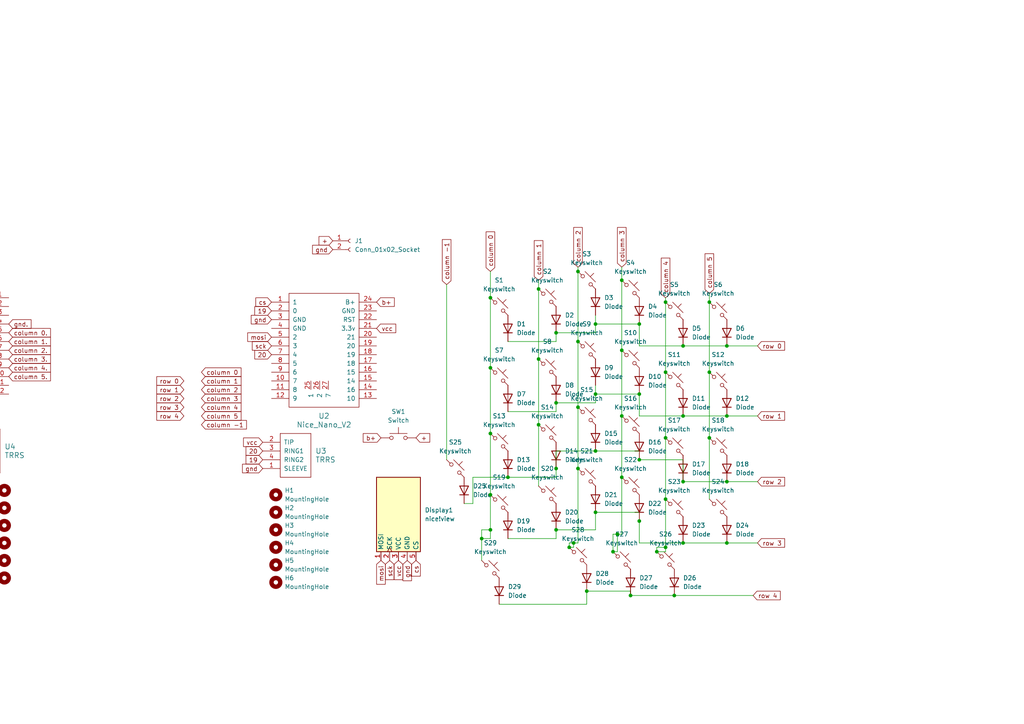
<source format=kicad_sch>
(kicad_sch (version 20250114) (generator "eeschema") (generator_version "9.0")
  (paper "A4")
  (title_block (title "the 58"))
  (junction (at -111.76 106.68))
  (junction (at 198.12 139.7))
  (junction (at 210.82 139.7))
  (junction (at -66.04 137.16))
  (junction (at -129.54 138.43))
  (junction (at 205.74 127))
  (junction (at -124.46 106.68))
  (junction (at 193.04 87.63))
  (junction (at 198.12 157.48))
  (junction (at 139.7 156.21))
  (junction (at 142.24 143.51))
  (junction (at -60.96 152.4))
  (junction (at 205.74 87.63))
  (junction (at -116.84 119.38))
  (junction (at 185.42 93.98))
  (junction (at 167.64 99.06))
  (junction (at 161.29 96.52))
  (junction (at 179.07 154.94))
  (junction (at 180.34 120.65))
  (junction (at 156.21 83.82))
  (junction (at 142.24 153.67))
  (junction (at -97.79 153.67))
  (junction (at 185.42 151.13))
  (junction (at 161.29 153.67))
  (junction (at -86.36 97.79))
  (junction (at 170.18 171.45))
  (junction (at -48.26 132.08))
  (junction (at 161.29 116.84))
  (junction (at 161.29 135.89))
  (junction (at -85.09 156.21))
  (junction (at -109.22 158.75))
  (junction (at -104.14 132.08))
  (junction (at 190.5 160.02))
  (junction (at 198.12 120.65))
  (junction (at -129.54 99.06))
  (junction (at -91.44 129.54))
  (junction (at -80.01 134.62))
  (junction (at -114.3 171.45))
  (junction (at -91.44 113.03))
  (junction (at 142.24 106.68))
  (junction (at 185.42 133.35))
  (junction (at -99.06 80.01))
  (junction (at 210.82 100.33))
  (junction (at 210.82 157.48))
  (junction (at 142.24 86.36))
  (junction (at -60.96 85.09))
  (junction (at -86.36 134.62))
  (junction (at 193.04 144.78))
  (junction (at 165.1 158.75))
  (junction (at 180.34 138.43))
  (junction (at -74.93 82.55))
  (junction (at 167.64 118.11))
  (junction (at -111.76 143.51))
  (junction (at 172.72 114.3))
  (junction (at -80.01 152.4))
  (junction (at 193.04 127))
  (junction (at -104.14 113.03))
  (junction (at 210.82 120.65))
  (junction (at 172.72 148.59))
  (junction (at -80.01 95.25))
  (junction (at 142.24 125.73))
  (junction (at 156.21 123.19))
  (junction (at 167.64 78.74))
  (junction (at -111.76 157.48))
  (junction (at 193.04 158.75))
  (junction (at 195.58 172.72))
  (junction (at -116.84 156.21))
  (junction (at -60.96 124.46))
  (junction (at 180.34 81.28))
  (junction (at -99.06 100.33))
  (junction (at -111.76 86.36))
  (junction (at -104.14 149.86))
  (junction (at -99.06 119.38))
  (junction (at 182.88 172.72))
  (junction (at 172.72 130.81))
  (junction (at -104.14 92.71))
  (junction (at -124.46 86.36))
  (junction (at -80.01 115.57))
  (junction (at -129.54 156.21))
  (junction (at 177.8 160.02))
  (junction (at -124.46 125.73))
  (junction (at 156.21 104.14))
  (junction (at -74.93 102.87))
  (junction (at -83.82 157.48))
  (junction (at -116.84 138.43))
  (junction (at 193.04 107.95))
  (junction (at 172.72 93.98))
  (junction (at 198.12 100.33))
  (junction (at -86.36 77.47))
  (junction (at 185.42 114.3))
  (junction (at -58.42 154.94))
  (junction (at -91.44 92.71))
  (junction (at -74.93 121.92))
  (junction (at 167.64 135.89))
  (junction (at 180.34 101.6))
  (junction (at -129.54 119.38))
  (junction (at -91.44 147.32))
  (junction (at -111.76 125.73))
  (junction (at -86.36 116.84))
  (junction (at -99.06 137.16))
  (junction (at -60.96 105.41))
  (junction (at -116.84 99.06))
  (junction (at 166.37 157.48))
  (junction (at -88.9 170.18))
  (junction (at 147.32 138.43))
  (junction (at -101.6 171.45))
  (junction (at -96.52 158.75))
  (junction (at -60.96 142.24))
  (junction (at 205.74 107.95))
  (wire (pts (xy 205.74 107.95) (xy 205.74 127)))
  (wire (pts (xy 172.72 153.67) (xy 161.29 153.67)))
  (wire (pts (xy -80.01 97.79) (xy -80.01 95.25)))
  (wire (pts (xy 198.12 139.7) (xy 210.82 139.7)))
  (wire (pts (xy -74.93 102.87) (xy -74.93 121.92)))
  (wire (pts (xy -124.46 83.82) (xy -124.46 86.36)))
  (wire (pts (xy 190.5 158.75) (xy 190.5 160.02)))
  (wire (pts (xy 142.24 106.68) (xy 142.24 125.73)))
  (wire (pts (xy -111.76 157.48) (xy -111.76 158.75)))
  (wire (pts (xy -58.42 154.94) (xy -58.42 161.29)))
  (wire (pts (xy -124.46 86.36) (xy -124.46 106.68)))
  (wire (pts (xy -104.14 156.21) (xy -104.14 149.86)))
  (wire (pts (xy 180.34 101.6) (xy 180.34 120.65)))
  (wire (pts (xy 193.04 160.02) (xy 190.5 160.02)))
  (wire (pts (xy 167.64 118.11) (xy 167.64 135.89)))
  (wire (pts (xy 179.07 160.02) (xy 177.8 160.02)))
  (wire (pts (xy -91.44 147.32) (xy -91.44 152.4)))
  (wire (pts (xy 161.29 130.81) (xy 172.72 130.81)))
  (wire (pts (xy -104.14 99.06) (xy -116.84 99.06)))
  (wire (pts (xy 205.74 87.63) (xy 205.74 107.95)))
  (wire (pts (xy -86.36 97.79) (xy -86.36 116.84)))
  (wire (pts (xy -97.79 153.67) (xy -96.52 153.67)))
  (wire (pts (xy 180.34 81.28) (xy 180.34 101.6)))
  (wire (pts (xy -91.44 92.71) (xy -104.14 92.71)))
  (wire (pts (xy 142.24 153.67) (xy 139.7 153.67)))
  (wire (pts (xy 167.64 135.89) (xy 167.64 157.48)))
  (wire (pts (xy 142.24 86.36) (xy 142.24 106.68)))
  (wire (pts (xy -74.93 80.01) (xy -74.93 82.55)))
  (wire (pts (xy 193.04 86.36) (xy 193.04 87.63)))
  (wire (pts (xy 172.72 93.98) (xy 185.42 93.98)))
  (wire (pts (xy 167.64 99.06) (xy 167.64 118.11)))
  (wire (pts (xy -80.01 152.4) (xy -66.04 152.4)))
  (wire (pts (xy -74.93 82.55) (xy -74.93 102.87)))
  (wire (pts (xy 167.64 78.74) (xy 167.64 99.06)))
  (wire (pts (xy 161.29 99.06) (xy 161.29 96.52)))
  (wire (pts (xy 180.34 154.94) (xy 179.07 154.94)))
  (wire (pts (xy -74.93 121.92) (xy -74.93 139.7)))
  (wire (pts (xy 147.32 99.06) (xy 161.29 99.06)))
  (wire (pts (xy 172.72 148.59) (xy 172.72 153.67)))
  (wire (pts (xy 172.72 93.98) (xy 172.72 96.52)))
  (wire (pts (xy -116.84 156.21) (xy -104.14 156.21)))
  (wire (pts (xy -138.43 99.06) (xy -129.54 99.06)))
  (wire (pts (xy 185.42 120.65) (xy 185.42 114.3)))
  (wire (pts (xy 185.42 148.59) (xy 172.72 148.59)))
  (wire (pts (xy -66.04 137.16) (xy -58.42 137.16)))
  (wire (pts (xy 210.82 157.48) (xy 219.71 157.48)))
  (wire (pts (xy 161.29 116.84) (xy 161.29 119.38)))
  (wire (pts (xy -116.84 119.38) (xy -129.54 119.38)))
  (wire (pts (xy -91.44 152.4) (xy -80.01 152.4)))
  (wire (pts (xy -60.96 124.46) (xy -48.26 124.46)))
  (wire (pts (xy -104.14 119.38) (xy -104.14 113.03)))
  (wire (pts (xy -111.76 143.51) (xy -111.76 157.48)))
  (wire (pts (xy 161.29 156.21) (xy 147.32 156.21)))
  (wire (pts (xy -48.26 124.46) (xy -48.26 132.08)))
  (wire (pts (xy -111.76 85.09) (xy -111.76 86.36)))
  (wire (pts (xy 147.32 138.43) (xy 161.29 138.43)))
  (wire (pts (xy -80.01 118.11) (xy -66.04 118.11)))
  (wire (pts (xy -86.36 156.21) (xy -85.09 156.21)))
  (wire (pts (xy 185.42 114.3) (xy 172.72 114.3)))
  (wire (pts (xy -85.09 156.21) (xy -83.82 156.21)))
  (wire (pts (xy 139.7 153.67) (xy 139.7 156.21)))
  (wire (pts (xy 142.24 125.73) (xy 142.24 143.51)))
  (wire (pts (xy -138.43 119.38) (xy -129.54 119.38)))
  (wire (pts (xy 177.8 154.94) (xy 177.8 160.02)))
  (wire (pts (xy 193.04 144.78) (xy 193.04 158.75)))
  (wire (pts (xy 170.18 171.45) (xy 182.88 171.45)))
  (wire (pts (xy -91.44 115.57) (xy -80.01 115.57)))
  (wire (pts (xy 165.1 157.48) (xy 165.1 158.75)))
  (wire (pts (xy -99.06 100.33) (xy -99.06 119.38)))
  (wire (pts (xy -88.9 173.99) (xy -88.9 170.18)))
  (wire (pts (xy 198.12 139.7) (xy 198.12 133.35)))
  (wire (pts (xy -111.76 86.36) (xy -111.76 106.68)))
  (wire (pts (xy -129.54 138.43) (xy -138.43 138.43)))
  (wire (pts (xy -66.04 152.4) (xy -66.04 154.94)))
  (wire (pts (xy -116.84 99.06) (xy -129.54 99.06)))
  (wire (pts (xy -60.96 105.41) (xy -60.96 124.46)))
  (wire (pts (xy 210.82 139.7) (xy 219.71 139.7)))
  (wire (pts (xy -86.36 134.62) (xy -86.36 156.21)))
  (wire (pts (xy -104.14 129.54) (xy -104.14 132.08)))
  (wire (pts (xy -96.52 153.67) (xy -96.52 158.75)))
  (wire (pts (xy 185.42 130.81) (xy 185.42 133.35)))
  (wire (pts (xy 180.34 120.65) (xy 180.34 138.43)))
  (wire (pts (xy -60.96 142.24) (xy -60.96 152.4)))
  (wire (pts (xy 166.37 158.75) (xy 165.1 158.75)))
  (wire (pts (xy -83.82 156.21) (xy -83.82 157.48)))
  (wire (pts (xy 198.12 100.33) (xy 210.82 100.33)))
  (wire (pts (xy -124.46 125.73) (xy -124.46 143.51)))
  (wire (pts (xy -91.44 129.54) (xy -104.14 129.54)))
  (wire (pts (xy -104.14 149.86) (xy -104.14 147.32)))
  (wire (pts (xy 172.72 111.76) (xy 172.72 114.3)))
  (wire (pts (xy -80.01 129.54) (xy -80.01 134.62)))
  (wire (pts (xy -104.14 147.32) (xy -91.44 147.32)))
  (wire (pts (xy -80.01 95.25) (xy -91.44 95.25)))
  (wire (pts (xy -99.06 76.2) (xy -99.06 80.01)))
  (wire (pts (xy -111.76 106.68) (xy -111.76 125.73)))
  (wire (pts (xy -104.14 113.03) (xy -91.44 113.03)))
  (wire (pts (xy 161.29 156.21) (xy 161.29 153.67)))
  (wire (pts (xy -80.01 134.62) (xy -80.01 137.16)))
  (wire (pts (xy 161.29 96.52) (xy 172.72 96.52)))
  (wire (pts (xy -58.42 152.4) (xy -58.42 154.94)))
  (wire (pts (xy -101.6 171.45) (xy -114.3 171.45)))
  (wire (pts (xy 139.7 156.21) (xy 139.7 162.56)))
  (wire (pts (xy 195.58 172.72) (xy 218.44 172.72)))
  (wire (pts (xy -111.76 158.75) (xy -109.22 158.75)))
  (wire (pts (xy 156.21 81.28) (xy 156.21 83.82)))
  (wire (pts (xy -99.06 119.38) (xy -99.06 137.16)))
  (wire (pts (xy 185.42 100.33) (xy 198.12 100.33)))
  (wire (pts (xy 198.12 133.35) (xy 185.42 133.35)))
  (wire (pts (xy -111.76 157.48) (xy -109.22 157.48)))
  (wire (pts (xy -58.42 154.94) (xy -60.96 154.94)))
  (wire (pts (xy 166.37 157.48) (xy 166.37 158.75)))
  (wire (pts (xy 139.7 156.21) (xy 142.24 156.21)))
  (wire (pts (xy 198.12 157.48) (xy 185.42 157.48)))
  (wire (pts (xy 142.24 156.21) (xy 142.24 153.67)))
  (wire (pts (xy -116.84 119.38) (xy -104.14 119.38)))
  (wire (pts (xy -86.36 116.84) (xy -86.36 134.62)))
  (wire (pts (xy 172.72 130.81) (xy 185.42 130.81)))
  (wire (pts (xy 137.16 146.05) (xy 134.62 146.05)))
  (wire (pts (xy -99.06 137.16) (xy -99.06 153.67)))
  (wire (pts (xy -124.46 106.68) (xy -124.46 125.73)))
  (wire (pts (xy -91.44 90.17) (xy -91.44 92.71)))
  (wire (pts (xy 161.29 135.89) (xy 161.29 138.43)))
  (wire (pts (xy -114.3 171.45) (xy -137.16 171.45)))
  (wire (pts (xy 142.24 143.51) (xy 142.24 153.67)))
  (wire (pts (xy -58.42 144.78) (xy -53.34 144.78)))
  (wire (pts (xy 193.04 158.75) (xy 190.5 158.75)))
  (wire (pts (xy 156.21 123.19) (xy 156.21 140.97)))
  (wire (pts (xy 182.88 171.45) (xy 182.88 172.72)))
  (wire (pts (xy -116.84 138.43) (xy -116.84 132.08)))
  (wire (pts (xy -80.01 129.54) (xy -91.44 129.54)))
  (wire (pts (xy 170.18 175.26) (xy 170.18 171.45)))
  (wire (pts (xy 185.42 93.98) (xy 185.42 100.33)))
  (wire (pts (xy 172.72 91.44) (xy 172.72 93.98)))
  (wire (pts (xy 167.64 157.48) (xy 166.37 157.48)))
  (wire (pts (xy -91.44 92.71) (xy -91.44 95.25)))
  (wire (pts (xy -129.54 156.21) (xy -138.43 156.21)))
  (wire (pts (xy 156.21 83.82) (xy 156.21 104.14)))
  (wire (pts (xy -60.96 132.08) (xy -60.96 142.24)))
  (wire (pts (xy 172.72 116.84) (xy 161.29 116.84)))
  (wire (pts (xy -85.09 157.48) (xy -83.82 157.48)))
  (wire (pts (xy 198.12 157.48) (xy 210.82 157.48)))
  (wire (pts (xy 193.04 127) (xy 193.04 144.78)))
  (wire (pts (xy 198.12 120.65) (xy 210.82 120.65)))
  (wire (pts (xy -111.76 125.73) (xy -111.76 143.51)))
  (wire (pts (xy -91.44 113.03) (xy -91.44 115.57)))
  (wire (pts (xy 161.29 119.38) (xy 147.32 119.38)))
  (wire (pts (xy -66.04 97.79) (xy -80.01 97.79)))
  (wire (pts (xy 156.21 104.14) (xy 156.21 123.19)))
  (wire (pts (xy 205.74 85.09) (xy 205.74 87.63)))
  (wire (pts (xy -63.5 173.99) (xy -88.9 173.99)))
  (wire (pts (xy 137.16 138.43) (xy 137.16 146.05)))
  (wire (pts (xy 185.42 151.13) (xy 185.42 148.59)))
  (wire (pts (xy -116.84 132.08) (xy -104.14 132.08)))
  (wire (pts (xy 182.88 172.72) (xy 195.58 172.72)))
  (wire (pts (xy -60.96 154.94) (xy -60.96 152.4)))
  (wire (pts (xy -116.84 156.21) (xy -129.54 156.21)))
  (wire (pts (xy 180.34 77.47) (xy 180.34 81.28)))
  (wire (pts (xy -88.9 170.18) (xy -101.6 170.18)))
  (wire (pts (xy -101.6 170.18) (xy -101.6 171.45)))
  (wire (pts (xy 147.32 138.43) (xy 137.16 138.43)))
  (wire (pts (xy 166.37 157.48) (xy 165.1 157.48)))
  (wire (pts (xy -85.09 156.21) (xy -85.09 157.48)))
  (wire (pts (xy -86.36 76.2) (xy -86.36 77.47)))
  (wire (pts (xy -58.42 137.16) (xy -58.42 144.78)))
  (wire (pts (xy 167.64 77.47) (xy 167.64 78.74)))
  (wire (pts (xy -97.79 153.67) (xy -97.79 158.75)))
  (wire (pts (xy 193.04 158.75) (xy 193.04 160.02)))
  (wire (pts (xy 180.34 138.43) (xy 180.34 154.94)))
  (wire (pts (xy 172.72 114.3) (xy 172.72 116.84)))
  (wire (pts (xy 142.24 78.74) (xy 142.24 86.36)))
  (wire (pts (xy -99.06 80.01) (xy -99.06 100.33)))
  (wire (pts (xy -48.26 132.08) (xy -60.96 132.08)))
  (wire (pts (xy 193.04 107.95) (xy 193.04 127)))
  (wire (pts (xy -91.44 110.49) (xy -91.44 113.03)))
  (wire (pts (xy -97.79 158.75) (xy -96.52 158.75)))
  (wire (pts (xy 129.54 82.55) (xy 129.54 133.35)))
  (wire (pts (xy 219.71 100.33) (xy 210.82 100.33)))
  (wire (pts (xy 193.04 87.63) (xy 193.04 107.95)))
  (wire (pts (xy 185.42 157.48) (xy 185.42 151.13)))
  (wire (pts (xy -99.06 153.67) (xy -97.79 153.67)))
  (wire (pts (xy -86.36 77.47) (xy -86.36 97.79)))
  (wire (pts (xy 179.07 154.94) (xy 177.8 154.94)))
  (wire (pts (xy 144.78 175.26) (xy 170.18 175.26)))
  (wire (pts (xy 161.29 130.81) (xy 161.29 135.89)))
  (wire (pts (xy 198.12 120.65) (xy 185.42 120.65)))
  (wire (pts (xy -109.22 157.48) (xy -109.22 158.75)))
  (wire (pts (xy 219.71 120.65) (xy 210.82 120.65)))
  (wire (pts (xy 205.74 127) (xy 205.74 144.78)))
  (wire (pts (xy -104.14 92.71) (xy -104.14 99.06)))
  (wire (pts (xy -60.96 85.09) (xy -60.96 105.41)))
  (wire (pts (xy 179.07 154.94) (xy 179.07 160.02)))
  (wire (pts (xy -80.01 115.57) (xy -80.01 118.11)))
  (wire (pts (xy -60.96 152.4) (xy -58.42 152.4)))
  (wire (pts (xy -60.96 77.47) (xy -60.96 85.09)))
  (wire (pts (xy -116.84 138.43) (xy -129.54 138.43)))
  (wire (pts (xy -66.04 137.16) (xy -80.01 137.16)))
  (global_label "column 0." (shape input) (at 2.54 96.52 0) (property "Intersheetrefs" "${INTERSHEET_REFS}" (effects (hide yes))))
  (global_label "column 1." (shape input) (at 2.54 99.06 0) (property "Intersheetrefs" "${INTERSHEET_REFS}" (effects (hide yes))))
  (global_label "row 2" (shape input) (at 219.71 139.7 0) (property "Intersheetrefs" "${INTERSHEET_REFS}" (effects (hide yes))))
  (global_label "column 5." (shape input) (at -124.46 83.82 90) (property "Intersheetrefs" "${INTERSHEET_REFS}" (effects (hide yes))))
  (global_label "column 5" (shape input) (at 58.42 120.65 0) (property "Intersheetrefs" "${INTERSHEET_REFS}" (effects (hide yes))))
  (global_label "column 1." (shape input) (at -74.93 80.01 90) (property "Intersheetrefs" "${INTERSHEET_REFS}" (effects (hide yes))))
  (global_label "+" (shape input) (at 120.65 127 0) (property "Intersheetrefs" "${INTERSHEET_REFS}" (effects (hide yes))))
  (global_label "row 0" (shape input) (at 53.34 110.49 180) (property "Intersheetrefs" "${INTERSHEET_REFS}" (effects (hide yes))))
  (global_label "mosi." (shape input) (at -13.97 109.22 90) (property "Intersheetrefs" "${INTERSHEET_REFS}" (effects (hide yes))))
  (global_label "vcc" (shape input) (at 76.2 128.27 180) (property "Intersheetrefs" "${INTERSHEET_REFS}" (effects (hide yes))))
  (global_label "column 3" (shape input) (at 58.42 115.57 0) (property "Intersheetrefs" "${INTERSHEET_REFS}" (effects (hide yes))))
  (global_label "cs" (shape input) (at 120.65 162.56 270) (property "Intersheetrefs" "${INTERSHEET_REFS}" (effects (hide yes))))
  (global_label "column 0." (shape input) (at -60.96 77.47 90) (property "Intersheetrefs" "${INTERSHEET_REFS}" (effects (hide yes))))
  (global_label "20" (shape input) (at 76.2 130.81 180) (property "Intersheetrefs" "${INTERSHEET_REFS}" (effects (hide yes))))
  (global_label "row 0." (shape input) (at -138.43 99.06 180) (property "Intersheetrefs" "${INTERSHEET_REFS}" (effects (hide yes))))
  (global_label "column 4." (shape input) (at 2.54 106.68 0) (property "Intersheetrefs" "${INTERSHEET_REFS}" (effects (hide yes))))
  (global_label "row 1" (shape input) (at 219.71 120.65 0) (property "Intersheetrefs" "${INTERSHEET_REFS}" (effects (hide yes))))
  (global_label "mosi" (shape input) (at 110.49 162.56 270) (property "Intersheetrefs" "${INTERSHEET_REFS}" (effects (hide yes))))
  (global_label "row 4" (shape input) (at 218.44 172.72 0) (property "Intersheetrefs" "${INTERSHEET_REFS}" (effects (hide yes))))
  (global_label "column 4" (shape input) (at 58.42 118.11 0) (property "Intersheetrefs" "${INTERSHEET_REFS}" (effects (hide yes))))
  (global_label "gnd" (shape input) (at 78.74 92.71 180) (property "Intersheetrefs" "${INTERSHEET_REFS}" (effects (hide yes))))
  (global_label "19" (shape input) (at 76.2 133.35 180) (property "Intersheetrefs" "${INTERSHEET_REFS}" (effects (hide yes))))
  (global_label "19" (shape input) (at 78.74 90.17 180) (property "Intersheetrefs" "${INTERSHEET_REFS}" (effects (hide yes))))
  (global_label "column 4" (shape input) (at 193.04 86.36 90) (property "Intersheetrefs" "${INTERSHEET_REFS}" (effects (hide yes))))
  (global_label "column 2." (shape input) (at 2.54 101.6 0) (property "Intersheetrefs" "${INTERSHEET_REFS}" (effects (hide yes))))
  (global_label "20." (shape input) (at -27.94 96.52 180) (property "Intersheetrefs" "${INTERSHEET_REFS}" (effects (hide yes))))
  (global_label "sck" (shape input) (at 113.03 162.56 270) (property "Intersheetrefs" "${INTERSHEET_REFS}" (effects (hide yes))))
  (global_label "row 1." (shape input) (at -27.94 106.68 180) (property "Intersheetrefs" "${INTERSHEET_REFS}" (effects (hide yes))))
  (global_label "row 3" (shape input) (at 219.71 157.48 0) (property "Intersheetrefs" "${INTERSHEET_REFS}" (effects (hide yes))))
  (global_label "row 0." (shape input) (at -27.94 104.14 180) (property "Intersheetrefs" "${INTERSHEET_REFS}" (effects (hide yes))))
  (global_label "-." (shape input) (at -33.02 74.93 0) (property "Intersheetrefs" "${INTERSHEET_REFS}" (effects (hide yes))))
  (global_label "sck." (shape input) (at -11.43 109.22 90) (property "Intersheetrefs" "${INTERSHEET_REFS}" (effects (hide yes))))
  (global_label "column 5." (shape input) (at 2.54 109.22 0) (property "Intersheetrefs" "${INTERSHEET_REFS}" (effects (hide yes))))
  (global_label "b+" (shape input) (at 110.49 127 180) (property "Intersheetrefs" "${INTERSHEET_REFS}" (effects (hide yes))))
  (global_label "row 4." (shape input) (at -27.94 114.3 180) (property "Intersheetrefs" "${INTERSHEET_REFS}" (effects (hide yes))))
  (global_label "column 1" (shape input) (at 58.42 110.49 0) (property "Intersheetrefs" "${INTERSHEET_REFS}" (effects (hide yes))))
  (global_label "gnd" (shape input) (at 96.52 72.39 180) (property "Intersheetrefs" "${INTERSHEET_REFS}" (effects (hide yes))))
  (global_label "cs." (shape input) (at -15.24 69.85 270) (property "Intersheetrefs" "${INTERSHEET_REFS}" (effects (hide yes))))
  (global_label "gnd." (shape input) (at -13.97 134.62 180) (property "Intersheetrefs" "${INTERSHEET_REFS}" (effects (hide yes))))
  (global_label "gnd." (shape input) (at -12.7 69.85 270) (property "Intersheetrefs" "${INTERSHEET_REFS}" (effects (hide yes))))
  (global_label "sck" (shape input) (at 78.74 100.33 180) (property "Intersheetrefs" "${INTERSHEET_REFS}" (effects (hide yes))))
  (global_label "sck." (shape input) (at -7.62 69.85 270) (property "Intersheetrefs" "${INTERSHEET_REFS}" (effects (hide yes))))
  (global_label "row 3" (shape input) (at 53.34 118.11 180) (property "Intersheetrefs" "${INTERSHEET_REFS}" (effects (hide yes))))
  (global_label "column 5" (shape input) (at 205.74 85.09 90) (property "Intersheetrefs" "${INTERSHEET_REFS}" (effects (hide yes))))
  (global_label "vcc" (shape input) (at 115.57 162.56 270) (property "Intersheetrefs" "${INTERSHEET_REFS}" (effects (hide yes))))
  (global_label "gnd" (shape input) (at 76.2 135.89 180) (property "Intersheetrefs" "${INTERSHEET_REFS}" (effects (hide yes))))
  (global_label "column 2." (shape input) (at -86.36 76.2 90) (property "Intersheetrefs" "${INTERSHEET_REFS}" (effects (hide yes))))
  (global_label "+" (shape input) (at 96.52 69.85 180) (property "Intersheetrefs" "${INTERSHEET_REFS}" (effects (hide yes))))
  (global_label "20" (shape input) (at 78.74 102.87 180) (property "Intersheetrefs" "${INTERSHEET_REFS}" (effects (hide yes))))
  (global_label "mosi." (shape input) (at -5.08 69.85 270) (property "Intersheetrefs" "${INTERSHEET_REFS}" (effects (hide yes))))
  (global_label "mosi" (shape input) (at 78.74 97.79 180) (property "Intersheetrefs" "${INTERSHEET_REFS}" (effects (hide yes))))
  (global_label "vcc." (shape input) (at -13.97 127 180) (property "Intersheetrefs" "${INTERSHEET_REFS}" (effects (hide yes))))
  (global_label "vcc." (shape input) (at -27.94 93.98 180) (property "Intersheetrefs" "${INTERSHEET_REFS}" (effects (hide yes))))
  (global_label "column 0" (shape input) (at 142.24 78.74 90) (property "Intersheetrefs" "${INTERSHEET_REFS}" (effects (hide yes))))
  (global_label "-." (shape input) (at -27.94 88.9 180) (property "Intersheetrefs" "${INTERSHEET_REFS}" (effects (hide yes))))
  (global_label "20." (shape input) (at -13.97 129.54 180) (property "Intersheetrefs" "${INTERSHEET_REFS}" (effects (hide yes))))
  (global_label "row 3." (shape input) (at -27.94 111.76 180) (property "Intersheetrefs" "${INTERSHEET_REFS}" (effects (hide yes))))
  (global_label "vcc" (shape input) (at 109.22 95.25 0) (property "Intersheetrefs" "${INTERSHEET_REFS}" (effects (hide yes))))
  (global_label "column 1" (shape input) (at 156.21 81.28 90) (property "Intersheetrefs" "${INTERSHEET_REFS}" (effects (hide yes))))
  (global_label "gnd." (shape input) (at 2.54 93.98 0) (property "Intersheetrefs" "${INTERSHEET_REFS}" (effects (hide yes))))
  (global_label "row 0" (shape input) (at 219.71 100.33 0) (property "Intersheetrefs" "${INTERSHEET_REFS}" (effects (hide yes))))
  (global_label "row 1." (shape input) (at -138.43 119.38 180) (property "Intersheetrefs" "${INTERSHEET_REFS}" (effects (hide yes))))
  (global_label "row 1" (shape input) (at 53.34 113.03 180) (property "Intersheetrefs" "${INTERSHEET_REFS}" (effects (hide yes))))
  (global_label "row 3." (shape input) (at -138.43 156.21 180) (property "Intersheetrefs" "${INTERSHEET_REFS}" (effects (hide yes))))
  (global_label "column 4." (shape input) (at -111.76 85.09 90) (property "Intersheetrefs" "${INTERSHEET_REFS}" (effects (hide yes))))
  (global_label "cs" (shape input) (at 78.74 87.63 180) (property "Intersheetrefs" "${INTERSHEET_REFS}" (effects (hide yes))))
  (global_label "column 3." (shape input) (at 2.54 104.14 0) (property "Intersheetrefs" "${INTERSHEET_REFS}" (effects (hide yes))))
  (global_label "b+" (shape input) (at 109.22 87.63 0) (property "Intersheetrefs" "${INTERSHEET_REFS}" (effects (hide yes))))
  (global_label "cs." (shape input) (at -8.89 109.22 90) (property "Intersheetrefs" "${INTERSHEET_REFS}" (effects (hide yes))))
  (global_label "row 2." (shape input) (at -27.94 109.22 180) (property "Intersheetrefs" "${INTERSHEET_REFS}" (effects (hide yes))))
  (global_label "column 3" (shape input) (at 180.34 77.47 90) (property "Intersheetrefs" "${INTERSHEET_REFS}" (effects (hide yes))))
  (global_label "column 3." (shape input) (at -99.06 76.2 90) (property "Intersheetrefs" "${INTERSHEET_REFS}" (effects (hide yes))))
  (global_label "row 2" (shape input) (at 53.34 115.57 180) (property "Intersheetrefs" "${INTERSHEET_REFS}" (effects (hide yes))))
  (global_label "gnd" (shape input) (at 118.11 162.56 270) (property "Intersheetrefs" "${INTERSHEET_REFS}" (effects (hide yes))))
  (global_label "+." (shape input) (at -27.94 86.36 180) (property "Intersheetrefs" "${INTERSHEET_REFS}" (effects (hide yes))))
  (global_label "column 2" (shape input) (at 58.42 113.03 0) (property "Intersheetrefs" "${INTERSHEET_REFS}" (effects (hide yes))))
  (global_label "row 2." (shape input) (at -138.43 138.43 180) (property "Intersheetrefs" "${INTERSHEET_REFS}" (effects (hide yes))))
  (global_label "column -1" (shape input) (at 129.54 82.55 90) (property "Intersheetrefs" "${INTERSHEET_REFS}" (effects (hide yes))))
  (global_label "row 4" (shape input) (at 53.34 120.65 180) (property "Intersheetrefs" "${INTERSHEET_REFS}" (effects (hide yes))))
  (global_label "column -1" (shape input) (at 58.42 123.19 0) (property "Intersheetrefs" "${INTERSHEET_REFS}" (effects (hide yes))))
  (global_label "column 0" (shape input) (at 58.42 107.95 0) (property "Intersheetrefs" "${INTERSHEET_REFS}" (effects (hide yes))))
  (global_label "row 4." (shape input) (at -137.16 171.45 180) (property "Intersheetrefs" "${INTERSHEET_REFS}" (effects (hide yes))))
  (global_label "+." (shape input) (at -33.02 72.39 0) (property "Intersheetrefs" "${INTERSHEET_REFS}" (effects (hide yes))))
  (global_label "column 2" (shape input) (at 167.64 77.47 90) (property "Intersheetrefs" "${INTERSHEET_REFS}" (effects (hide yes))))
  (global_label "vcc." (shape input) (at -10.16 69.85 270) (property "Intersheetrefs" "${INTERSHEET_REFS}" (effects (hide yes))))
  (symbol (lib_id "Mechanical:MountingHole") (at 80.01 148.59 0) (unit 1) (in_bom no)
    (property "Reference" "H2" (at 82.55 147.3199 0) (effects (justify left)))
    (property "Value" "MountingHole" (at 82.55 149.8599 0) (effects (justify left)))
    (property "Footprint" "MountingHole:MountingHole_2.2mm_M2" (effects (hide yes)))
    (property "Description" "Mounting Hole without connection" (effects (hide yes)))
  )
  (symbol (lib_id "ScottoKeebs:Placeholder_Diode") (at -66.04 151.13 270) (mirror x) (unit 1)
    (property "Reference" "D35" (at -68.58 149.8599 90) (effects (justify right)))
    (property "Value" "Diode" (at -68.58 152.3999 90) (effects (justify right)))
    (property "Footprint" "ScottoKeebs_Components:Diode_DO-35" (effects (hide yes)))
    (property "Description" "1N4148 (DO-35) or 1N4148W (SOD-123)" (effects (hide yes)))
    (property "Sim.Device" "D" (effects (hide yes)))
    (property "Sim.Pins" "1=K 2=A" (effects (hide yes)))
  )
  (symbol (lib_id "ScottoKeebs:Placeholder_Diode") (at 185.42 147.32 90) (unit 1)
    (property "Reference" "D22" (at 187.96 146.0499 90) (effects (justify right)))
    (property "Value" "Diode" (at 187.96 148.5899 90) (effects (justify right)))
    (property "Footprint" "ScottoKeebs_Components:Diode_DO-35" (effects (hide yes)))
    (property "Description" "1N4148 (DO-35) or 1N4148W (SOD-123)" (effects (hide yes)))
    (property "Sim.Device" "D" (effects (hide yes)))
    (property "Sim.Pins" "1=K 2=A" (effects (hide yes)))
  )
  (symbol (lib_id "ScottoKeebs:Placeholder_Diode") (at -129.54 152.4 270) (mirror x) (unit 1)
    (property "Reference" "D58" (at -132.08 151.1299 90) (effects (justify right)))
    (property "Value" "Diode" (at -132.08 153.6699 90) (effects (justify right)))
    (property "Footprint" "ScottoKeebs_Components:Diode_DO-35" (effects (hide yes)))
    (property "Description" "1N4148 (DO-35) or 1N4148W (SOD-123)" (effects (hide yes)))
    (property "Sim.Device" "D" (effects (hide yes)))
    (property "Sim.Pins" "1=K 2=A" (effects (hide yes)))
  )
  (symbol (lib_id "ScottoKeebs:Placeholder_Diode") (at -129.54 134.62 270) (mirror x) (unit 1)
    (property "Reference" "D57" (at -132.08 133.3499 90) (effects (justify right)))
    (property "Value" "Diode" (at -132.08 135.8899 90) (effects (justify right)))
    (property "Footprint" "ScottoKeebs_Components:Diode_DO-35" (effects (hide yes)))
    (property "Description" "1N4148 (DO-35) or 1N4148W (SOD-123)" (effects (hide yes)))
    (property "Sim.Device" "D" (effects (hide yes)))
    (property "Sim.Pins" "1=K 2=A" (effects (hide yes)))
  )
  (symbol (lib_id "ScottoKeebs:Placeholder_Diode") (at -104.14 88.9 270) (mirror x) (unit 1)
    (property "Reference" "D46" (at -106.68 87.6299 90) (effects (justify right)))
    (property "Value" "Diode" (at -106.68 90.1699 90) (effects (justify right)))
    (property "Footprint" "ScottoKeebs_Components:Diode_DO-35" (effects (hide yes)))
    (property "Description" "1N4148 (DO-35) or 1N4148W (SOD-123)" (effects (hide yes)))
    (property "Sim.Device" "D" (effects (hide yes)))
    (property "Sim.Pins" "1=K 2=A" (effects (hide yes)))
  )
  (symbol (lib_id "ScottoKeebs:Placeholder_Diode") (at 210.82 135.89 90) (unit 1)
    (property "Reference" "D18" (at 213.36 134.6199 90) (effects (justify right)))
    (property "Value" "Diode" (at 213.36 137.1599 90) (effects (justify right)))
    (property "Footprint" "ScottoKeebs_Components:Diode_DO-35" (effects (hide yes)))
    (property "Description" "1N4148 (DO-35) or 1N4148W (SOD-123)" (effects (hide yes)))
    (property "Sim.Device" "D" (effects (hide yes)))
    (property "Sim.Pins" "1=K 2=A" (effects (hide yes)))
  )
  (symbol (lib_id "ScottoKeebs:Placeholder_Keyswitch") (at 195.58 147.32 0) (unit 1)
    (property "Reference" "S23" (at 195.58 139.7 0))
    (property "Value" "Keyswitch" (at 195.58 142.24 0))
    (property "Footprint" "ScottoKeebs_MX:MX_PCB_1.00u" (effects (hide yes)))
    (property "Description" "Push button switch, normally open, two pins, 45° tilted" (effects (hide yes)))
  )
  (symbol (lib_id "ScottoKeebs:Placeholder_Keyswitch") (at 182.88 83.82 0) (unit 1)
    (property "Reference" "S4" (at 182.88 76.2 0))
    (property "Value" "Keyswitch" (at 182.88 78.74 0))
    (property "Footprint" "ScottoKeebs_MX:MX_PCB_1.00u" (effects (hide yes)))
    (property "Description" "Push button switch, normally open, two pins, 45° tilted" (effects (hide yes)))
  )
  (symbol (lib_id "ScottoKeebs:Placeholder_Keyswitch") (at 180.34 162.56 0) (unit 1)
    (property "Reference" "S27" (at 180.34 154.94 0))
    (property "Value" "Keyswitch" (at 180.34 157.48 0))
    (property "Footprint" "ScottoKeebs_MX:MX_PCB_1.00u" (effects (hide yes)))
    (property "Description" "Push button switch, normally open, two pins, 45° tilted" (effects (hide yes)))
  )
  (symbol (lib_id "ScottoKeebs:Placeholder_Keyswitch") (at 208.28 90.17 0) (unit 1)
    (property "Reference" "S6" (at 208.28 82.55 0))
    (property "Value" "Keyswitch" (at 208.28 85.09 0))
    (property "Footprint" "ScottoKeebs_MX:MX_PCB_1.00u" (effects (hide yes)))
    (property "Description" "Push button switch, normally open, two pins, 45° tilted" (effects (hide yes)))
  )
  (symbol (lib_id "ScottoKeebs:Placeholder_TRRS") (at -5.08 137.16 0) (unit 1)
    (property "Reference" "U4" (at 1.27 129.5399 0) (effects (font (size 1.524 1.524)) (justify left)))
    (property "Value" "TRRS" (at 1.27 132.0799 0) (effects (font (size 1.524 1.524)) (justify left)))
    (property "Footprint" "ScottoKeebs_Components:TRRS_PJ-320A" (effects (hide yes)))
  )
  (symbol (lib_id "ScottoKeebs:Placeholder_Keyswitch") (at 182.88 140.97 0) (unit 1)
    (property "Reference" "S22" (at 182.88 133.35 0))
    (property "Value" "Keyswitch" (at 182.88 135.89 0))
    (property "Footprint" "ScottoKeebs_MX:MX_PCB_1.00u" (effects (hide yes)))
    (property "Description" "Push button switch, normally open, two pins, 45° tilted" (effects (hide yes)))
  )
  (symbol (lib_id "ScottoKeebs:Placeholder_Diode") (at -80.01 111.76 270) (mirror x) (unit 1)
    (property "Reference" "D37" (at -82.55 110.4899 90) (effects (justify right)))
    (property "Value" "Diode" (at -82.55 113.0299 90) (effects (justify right)))
    (property "Footprint" "ScottoKeebs_Components:Diode_DO-35" (effects (hide yes)))
    (property "Description" "1N4148 (DO-35) or 1N4148W (SOD-123)" (effects (hide yes)))
    (property "Sim.Device" "D" (effects (hide yes)))
    (property "Sim.Pins" "1=K 2=A" (effects (hide yes)))
  )
  (symbol (lib_id "ScottoKeebs:Placeholder_Keyswitch") (at -86.36 160.02 0) (mirror y) (unit 1)
    (property "Reference" "S40" (at -86.36 152.4 0))
    (property "Value" "Keyswitch" (at -86.36 154.94 0))
    (property "Footprint" "ScottoKeebs_MX:MX_PCB_1.00u" (effects (hide yes)))
    (property "Description" "Push button switch, normally open, two pins, 45° tilted" (effects (hide yes)))
  )
  (symbol (lib_id "ScottoKeebs:Placeholder_Keyswitch") (at -99.06 161.29 0) (mirror y) (unit 1)
    (property "Reference" "S45" (at -99.06 153.67 0))
    (property "Value" "Keyswitch" (at -99.06 156.21 0))
    (property "Footprint" "ScottoKeebs_MX:MX_PCB_1.00u" (effects (hide yes)))
    (property "Description" "Push button switch, normally open, two pins, 45° tilted" (effects (hide yes)))
  )
  (symbol (lib_id "ScottoKeebs:Placeholder_Diode") (at 161.29 113.03 90) (unit 1)
    (property "Reference" "D8" (at 163.83 111.7599 90) (effects (justify right)))
    (property "Value" "Diode" (at 163.83 114.2999 90) (effects (justify right)))
    (property "Footprint" "ScottoKeebs_Components:Diode_DO-35" (effects (hide yes)))
    (property "Description" "1N4148 (DO-35) or 1N4148W (SOD-123)" (effects (hide yes)))
    (property "Sim.Device" "D" (effects (hide yes)))
    (property "Sim.Pins" "1=K 2=A" (effects (hide yes)))
  )
  (symbol (lib_id "ScottoKeebs:Placeholder_Keyswitch") (at 182.88 104.14 0) (unit 1)
    (property "Reference" "S10" (at 182.88 96.52 0))
    (property "Value" "Keyswitch" (at 182.88 99.06 0))
    (property "Footprint" "ScottoKeebs_MX:MX_PCB_1.00u" (effects (hide yes)))
    (property "Description" "Push button switch, normally open, two pins, 45° tilted" (effects (hide yes)))
  )
  (symbol (lib_id "ScottoKeebs:Placeholder_Keyswitch") (at 195.58 129.54 0) (unit 1)
    (property "Reference" "S17" (at 195.58 121.92 0))
    (property "Value" "Keyswitch" (at 195.58 124.46 0))
    (property "Footprint" "ScottoKeebs_MX:MX_PCB_1.00u" (effects (hide yes)))
    (property "Description" "Push button switch, normally open, two pins, 45° tilted" (effects (hide yes)))
  )
  (symbol (lib_id "Connector:Conn_01x02_Socket") (at -38.1 72.39 0) (mirror y) (unit 1)
    (property "Reference" "J2" (at -39.37 72.3899 0) (effects (justify left)))
    (property "Value" "Conn_01x02_Socket" (at -39.37 74.9299 0) (effects (justify left)))
    (property "Footprint" "Connector_JST:JST_XH_B2B-XH-AM_1x02_P2.50mm_Vertical" (effects (hide yes)))
    (property "Description" "Generic connector, single row, 01x02, script generated" (effects (hide yes)))
  )
  (symbol (lib_id "ScottoKeebs:Placeholder_Diode") (at -104.14 146.05 270) (mirror x) (unit 1)
    (property "Reference" "D49" (at -106.68 144.7799 90) (effects (justify right)))
    (property "Value" "Diode" (at -106.68 147.3199 90) (effects (justify right)))
    (property "Footprint" "ScottoKeebs_Components:Diode_DO-35" (effects (hide yes)))
    (property "Description" "1N4148 (DO-35) or 1N4148W (SOD-123)" (effects (hide yes)))
    (property "Sim.Device" "D" (effects (hide yes)))
    (property "Sim.Pins" "1=K 2=A" (effects (hide yes)))
  )
  (symbol (lib_id "ScottoKeebs:Placeholder_Keyswitch") (at -63.5 107.95 0) (mirror y) (unit 1)
    (property "Reference" "S33" (at -63.5 100.33 0))
    (property "Value" "Keyswitch" (at -63.5 102.87 0))
    (property "Footprint" "ScottoKeebs_MX:MX_PCB_1.00u" (effects (hide yes)))
    (property "Description" "Push button switch, normally open, two pins, 45° tilted" (effects (hide yes)))
  )
  (symbol (lib_id "ScottoKeebs:Placeholder_Keyswitch") (at 158.75 86.36 0) (unit 1)
    (property "Reference" "S2" (at 158.75 78.74 0))
    (property "Value" "Keyswitch" (at 158.75 81.28 0))
    (property "Footprint" "ScottoKeebs_MX:MX_PCB_1.00u" (effects (hide yes)))
    (property "Description" "Push button switch, normally open, two pins, 45° tilted" (effects (hide yes)))
  )
  (symbol (lib_id "ScottoKeebs:Placeholder_Diode") (at -91.44 106.68 270) (mirror x) (unit 1)
    (property "Reference" "D42" (at -93.98 105.4099 90) (effects (justify right)))
    (property "Value" "Diode" (at -93.98 107.9499 90) (effects (justify right)))
    (property "Footprint" "ScottoKeebs_Components:Diode_DO-35" (effects (hide yes)))
    (property "Description" "1N4148 (DO-35) or 1N4148W (SOD-123)" (effects (hide yes)))
    (property "Sim.Device" "D" (effects (hide yes)))
    (property "Sim.Pins" "1=K 2=A" (effects (hide yes)))
  )
  (symbol (lib_id "ScottoKeebs:Placeholder_Keyswitch") (at 167.64 161.29 0) (unit 1)
    (property "Reference" "S28" (at 167.64 153.67 0))
    (property "Value" "Keyswitch" (at 167.64 156.21 0))
    (property "Footprint" "ScottoKeebs_MX:MX_PCB_1.00u" (effects (hide yes)))
    (property "Description" "Push button switch, normally open, two pins, 45° tilted" (effects (hide yes)))
  )
  (symbol (lib_id "ScottoKeebs:Placeholder_Keyswitch") (at 195.58 110.49 0) (unit 1)
    (property "Reference" "S11" (at 195.58 102.87 0))
    (property "Value" "Keyswitch" (at 195.58 105.41 0))
    (property "Footprint" "ScottoKeebs_MX:MX_PCB_1.00u" (effects (hide yes)))
    (property "Description" "Push button switch, normally open, two pins, 45° tilted" (effects (hide yes)))
  )
  (symbol (lib_id "ScottoKeebs:Placeholder_Diode") (at -66.04 133.35 270) (mirror x) (unit 1)
    (property "Reference" "D34" (at -68.58 132.0799 90) (effects (justify right)))
    (property "Value" "Diode" (at -68.58 134.6199 90) (effects (justify right)))
    (property "Footprint" "ScottoKeebs_Components:Diode_DO-35" (effects (hide yes)))
    (property "Description" "1N4148 (DO-35) or 1N4148W (SOD-123)" (effects (hide yes)))
    (property "Sim.Device" "D" (effects (hide yes)))
    (property "Sim.Pins" "1=K 2=A" (effects (hide yes)))
  )
  (symbol (lib_id "ScottoKeebs:Placeholder_Diode") (at 210.82 116.84 90) (unit 1)
    (property "Reference" "D12" (at 213.36 115.5699 90) (effects (justify right)))
    (property "Value" "Diode" (at 213.36 118.1099 90) (effects (justify right)))
    (property "Footprint" "ScottoKeebs_Components:Diode_DO-35" (effects (hide yes)))
    (property "Description" "1N4148 (DO-35) or 1N4148W (SOD-123)" (effects (hide yes)))
    (property "Sim.Device" "D" (effects (hide yes)))
    (property "Sim.Pins" "1=K 2=A" (effects (hide yes)))
  )
  (symbol (lib_id "ScottoKeebs:Placeholder_Diode") (at 161.29 149.86 90) (unit 1)
    (property "Reference" "D20" (at 163.83 148.5899 90) (effects (justify right)))
    (property "Value" "Diode" (at 163.83 151.1299 90) (effects (justify right)))
    (property "Footprint" "ScottoKeebs_Components:Diode_DO-35" (effects (hide yes)))
    (property "Description" "1N4148 (DO-35) or 1N4148W (SOD-123)" (effects (hide yes)))
    (property "Sim.Device" "D" (effects (hide yes)))
    (property "Sim.Pins" "1=K 2=A" (effects (hide yes)))
  )
  (symbol (lib_id "ScottoKeebs:Placeholder_Diode") (at 198.12 96.52 90) (unit 1)
    (property "Reference" "D5" (at 200.66 95.2499 90) (effects (justify right)))
    (property "Value" "Diode" (at 200.66 97.7899 90) (effects (justify right)))
    (property "Footprint" "ScottoKeebs_Components:Diode_DO-35" (effects (hide yes)))
    (property "Description" "1N4148 (DO-35) or 1N4148W (SOD-123)" (effects (hide yes)))
    (property "Sim.Device" "D" (effects (hide yes)))
    (property "Sim.Pins" "1=K 2=A" (effects (hide yes)))
  )
  (symbol (lib_id "ScottoKeebs:Placeholder_Diode") (at 161.29 92.71 90) (unit 1)
    (property "Reference" "D2" (at 163.83 91.4399 90) (effects (justify right)))
    (property "Value" "Diode" (at 163.83 93.9799 90) (effects (justify right)))
    (property "Footprint" "ScottoKeebs_Components:Diode_DO-35" (effects (hide yes)))
    (property "Description" "1N4148 (DO-35) or 1N4148W (SOD-123)" (effects (hide yes)))
    (property "Sim.Device" "D" (effects (hide yes)))
    (property "Sim.Pins" "1=K 2=A" (effects (hide yes)))
  )
  (symbol (lib_id "ScottoKeebs:Placeholder_Keyswitch") (at -127 88.9 0) (mirror y) (unit 1)
    (property "Reference" "S55" (at -127 81.28 0))
    (property "Value" "Keyswitch" (at -127 83.82 0))
    (property "Footprint" "ScottoKeebs_MX:MX_PCB_1.00u" (effects (hide yes)))
    (property "Description" "Push button switch, normally open, two pins, 45° tilted" (effects (hide yes)))
  )
  (symbol (lib_id "ScottoKeebs:Placeholder_Diode") (at -66.04 114.3 270) (mirror x) (unit 1)
    (property "Reference" "D33" (at -68.58 113.0299 90) (effects (justify right)))
    (property "Value" "Diode" (at -68.58 115.5699 90) (effects (justify right)))
    (property "Footprint" "ScottoKeebs_Components:Diode_DO-35" (effects (hide yes)))
    (property "Description" "1N4148 (DO-35) or 1N4148W (SOD-123)" (effects (hide yes)))
    (property "Sim.Device" "D" (effects (hide yes)))
    (property "Sim.Pins" "1=K 2=A" (effects (hide yes)))
  )
  (symbol (lib_id "ScottoKeebs:Placeholder_Keyswitch") (at -127 128.27 0) (mirror y) (unit 1)
    (property "Reference" "S57" (at -127 120.65 0))
    (property "Value" "Keyswitch" (at -127 123.19 0))
    (property "Footprint" "ScottoKeebs_MX:MX_PCB_1.00u" (effects (hide yes)))
    (property "Description" "Push button switch, normally open, two pins, 45° tilted" (effects (hide yes)))
  )
  (symbol (lib_id "ScottoKeebs:Placeholder_Keyswitch") (at 195.58 90.17 0) (unit 1)
    (property "Reference" "S5" (at 195.58 82.55 0))
    (property "Value" "Keyswitch" (at 195.58 85.09 0))
    (property "Footprint" "ScottoKeebs_MX:MX_PCB_1.00u" (effects (hide yes)))
    (property "Description" "Push button switch, normally open, two pins, 45° tilted" (effects (hide yes)))
  )
  (symbol (lib_id "ScottoKeebs:Placeholder_Keyswitch") (at -88.9 119.38 0) (mirror y) (unit 1)
    (property "Reference" "S43" (at -88.9 111.76 0))
    (property "Value" "Keyswitch" (at -88.9 114.3 0))
    (property "Footprint" "ScottoKeebs_MX:MX_PCB_1.00u" (effects (hide yes)))
    (property "Description" "Push button switch, normally open, two pins, 45° tilted" (effects (hide yes)))
  )
  (symbol (lib_id "ScottoKeebs:Placeholder_Keyswitch") (at 182.88 123.19 0) (unit 1)
    (property "Reference" "S16" (at 182.88 115.57 0))
    (property "Value" "Keyswitch" (at 182.88 118.11 0))
    (property "Footprint" "ScottoKeebs_MX:MX_PCB_1.00u" (effects (hide yes)))
    (property "Description" "Push button switch, normally open, two pins, 45° tilted" (effects (hide yes)))
  )
  (symbol (lib_id "ScottoKeebs:Placeholder_Keyswitch") (at -63.5 87.63 0) (mirror y) (unit 1)
    (property "Reference" "S32" (at -63.5 80.01 0))
    (property "Value" "Keyswitch" (at -63.5 82.55 0))
    (property "Footprint" "ScottoKeebs_MX:MX_PCB_1.00u" (effects (hide yes)))
    (property "Description" "Push button switch, normally open, two pins, 45° tilted" (effects (hide yes)))
  )
  (symbol (lib_id "ScottoKeebs:Placeholder_Keyswitch") (at -101.6 102.87 0) (mirror y) (unit 1)
    (property "Reference" "S47" (at -101.6 95.25 0))
    (property "Value" "Keyswitch" (at -101.6 97.79 0))
    (property "Footprint" "ScottoKeebs_MX:MX_PCB_1.00u" (effects (hide yes)))
    (property "Description" "Push button switch, normally open, two pins, 45° tilted" (effects (hide yes)))
  )
  (symbol (lib_id "ScottoKeebs:Placeholder_Keyswitch") (at 144.78 109.22 0) (unit 1)
    (property "Reference" "S7" (at 144.78 101.6 0))
    (property "Value" "Keyswitch" (at 144.78 104.14 0))
    (property "Footprint" "ScottoKeebs_MX:MX_PCB_1.00u" (effects (hide yes)))
    (property "Description" "Push button switch, normally open, two pins, 45° tilted" (effects (hide yes)))
  )
  (symbol (lib_id "ScottoKeebs:Placeholder_Diode") (at -104.14 109.22 270) (mirror x) (unit 1)
    (property "Reference" "D47" (at -106.68 107.9499 90) (effects (justify right)))
    (property "Value" "Diode" (at -106.68 110.4899 90) (effects (justify right)))
    (property "Footprint" "ScottoKeebs_Components:Diode_DO-35" (effects (hide yes)))
    (property "Description" "1N4148 (DO-35) or 1N4148W (SOD-123)" (effects (hide yes)))
    (property "Sim.Device" "D" (effects (hide yes)))
    (property "Sim.Pins" "1=K 2=A" (effects (hide yes)))
  )
  (symbol (lib_id "ScottoKeebs:Placeholder_Diode") (at -101.6 167.64 270) (mirror x) (unit 1)
    (property "Reference" "D45" (at -104.14 166.3699 90) (effects (justify right)))
    (property "Value" "Diode" (at -104.14 168.9099 90) (effects (justify right)))
    (property "Footprint" "ScottoKeebs_Components:Diode_DO-35" (effects (hide yes)))
    (property "Description" "1N4148 (DO-35) or 1N4148W (SOD-123)" (effects (hide yes)))
    (property "Sim.Device" "D" (effects (hide yes)))
    (property "Sim.Pins" "1=K 2=A" (effects (hide yes)))
  )
  (symbol (lib_id "ScottoKeebs:Placeholder_Keyswitch") (at 170.18 81.28 0) (unit 1)
    (property "Reference" "S3" (at 170.18 73.66 0))
    (property "Value" "Keyswitch" (at 170.18 76.2 0))
    (property "Footprint" "ScottoKeebs_MX:MX_PCB_1.00u" (effects (hide yes)))
    (property "Description" "Push button switch, normally open, two pins, 45° tilted" (effects (hide yes)))
  )
  (symbol (lib_id "Mechanical:MountingHole") (at 1.27 152.4 0) (mirror y) (unit 1) (in_bom no)
    (property "Reference" "H9" (at -1.27 151.1299 0) (effects (justify left)))
    (property "Value" "MountingHole" (at -1.27 153.6699 0) (effects (justify left)))
    (property "Footprint" "MountingHole:MountingHole_2.2mm_M2" (effects (hide yes)))
    (property "Description" "Mounting Hole without connection" (effects (hide yes)))
  )
  (symbol (lib_id "ScottoKeebs:Placeholder_Diode") (at 185.42 90.17 90) (unit 1)
    (property "Reference" "D4" (at 187.96 88.8999 90) (effects (justify right)))
    (property "Value" "Diode" (at 187.96 91.4399 90) (effects (justify right)))
    (property "Footprint" "ScottoKeebs_Components:Diode_DO-35" (effects (hide yes)))
    (property "Description" "1N4148 (DO-35) or 1N4148W (SOD-123)" (effects (hide yes)))
    (property "Sim.Device" "D" (effects (hide yes)))
    (property "Sim.Pins" "1=K 2=A" (effects (hide yes)))
  )
  (symbol (lib_id "nice! view:nice!view") (at 115.57 149.86 0) (unit 1)
    (property "Reference" "Display1" (at 123.19 147.9549 0) (effects (justify left)))
    (property "Value" "nice!view" (at 123.19 150.4949 0) (effects (justify left)))
    (property "Footprint" "nice view:nice_view" (effects (hide yes)))
    (property "Datasheet" "https://nicekeyboards.com/docs/nice-view/pinout-schematic" (effects (hide yes)))
    (property "Description" "Sharp LS011B7DH03 Memory in Pixel 160x68" (effects (hide yes)))
  )
  (symbol (lib_id "ScottoKeebs:Placeholder_Diode") (at -91.44 143.51 270) (mirror x) (unit 1)
    (property "Reference" "D44" (at -93.98 142.2399 90) (effects (justify right)))
    (property "Value" "Diode" (at -93.98 144.7799 90) (effects (justify right)))
    (property "Footprint" "ScottoKeebs_Components:Diode_DO-35" (effects (hide yes)))
    (property "Description" "1N4148 (DO-35) or 1N4148W (SOD-123)" (effects (hide yes)))
    (property "Sim.Device" "D" (effects (hide yes)))
    (property "Sim.Pins" "1=K 2=A" (effects (hide yes)))
  )
  (symbol (lib_id "ScottoKeebs:Placeholder_Keyswitch") (at -101.6 139.7 0) (mirror y) (unit 1)
    (property "Reference" "S49" (at -101.6 132.08 0))
    (property "Value" "Keyswitch" (at -101.6 134.62 0))
    (property "Footprint" "ScottoKeebs_MX:MX_PCB_1.00u" (effects (hide yes)))
    (property "Description" "Push button switch, normally open, two pins, 45° tilted" (effects (hide yes)))
  )
  (symbol (lib_id "ScottoKeebs:Placeholder_Diode") (at 172.72 127 90) (unit 1)
    (property "Reference" "D15" (at 175.26 125.7299 90) (effects (justify right)))
    (property "Value" "Diode" (at 175.26 128.2699 90) (effects (justify right)))
    (property "Footprint" "ScottoKeebs_Components:Diode_DO-35" (effects (hide yes)))
    (property "Description" "1N4148 (DO-35) or 1N4148W (SOD-123)" (effects (hide yes)))
    (property "Sim.Device" "D" (effects (hide yes)))
    (property "Sim.Pins" "1=K 2=A" (effects (hide yes)))
  )
  (symbol (lib_id "ScottoKeebs:Placeholder_Diode") (at 210.82 153.67 90) (unit 1)
    (property "Reference" "D24" (at 213.36 152.3999 90) (effects (justify right)))
    (property "Value" "Diode" (at 213.36 154.9399 90) (effects (justify right)))
    (property "Footprint" "ScottoKeebs_Components:Diode_DO-35" (effects (hide yes)))
    (property "Description" "1N4148 (DO-35) or 1N4148W (SOD-123)" (effects (hide yes)))
    (property "Sim.Device" "D" (effects (hide yes)))
    (property "Sim.Pins" "1=K 2=A" (effects (hide yes)))
  )
  (symbol (lib_id "ScottoKeebs:Placeholder_Keyswitch") (at 158.75 106.68 0) (unit 1)
    (property "Reference" "S8" (at 158.75 99.06 0))
    (property "Value" "Keyswitch" (at 158.75 101.6 0))
    (property "Footprint" "ScottoKeebs_MX:MX_PCB_1.00u" (effects (hide yes)))
    (property "Description" "Push button switch, normally open, two pins, 45° tilted" (effects (hide yes)))
  )
  (symbol (lib_id "ScottoKeebs:Placeholder_Keyswitch") (at 158.75 125.73 0) (unit 1)
    (property "Reference" "S14" (at 158.75 118.11 0))
    (property "Value" "Keyswitch" (at 158.75 120.65 0))
    (property "Footprint" "ScottoKeebs_MX:MX_PCB_1.00u" (effects (hide yes)))
    (property "Description" "Push button switch, normally open, two pins, 45° tilted" (effects (hide yes)))
  )
  (symbol (lib_id "ScottoKeebs:Placeholder_Diode") (at 147.32 152.4 90) (unit 1)
    (property "Reference" "D19" (at 149.86 151.1299 90) (effects (justify right)))
    (property "Value" "Diode" (at 149.86 153.6699 90) (effects (justify right)))
    (property "Footprint" "ScottoKeebs_Components:Diode_DO-35" (effects (hide yes)))
    (property "Description" "1N4148 (DO-35) or 1N4148W (SOD-123)" (effects (hide yes)))
    (property "Sim.Device" "D" (effects (hide yes)))
    (property "Sim.Pins" "1=K 2=A" (effects (hide yes)))
  )
  (symbol (lib_id "ScottoKeebs:Placeholder_Diode") (at -88.9 166.37 270) (mirror x) (unit 1)
    (property "Reference" "D40" (at -91.44 165.0999 90) (effects (justify right)))
    (property "Value" "Diode" (at -91.44 167.6399 90) (effects (justify right)))
    (property "Footprint" "ScottoKeebs_Components:Diode_DO-35" (effects (hide yes)))
    (property "Description" "1N4148 (DO-35) or 1N4148W (SOD-123)" (effects (hide yes)))
    (property "Sim.Device" "D" (effects (hide yes)))
    (property "Sim.Pins" "1=K 2=A" (effects (hide yes)))
  )
  (symbol (lib_id "ScottoKeebs:Placeholder_Diode") (at 172.72 144.78 90) (unit 1)
    (property "Reference" "D21" (at 175.26 143.5099 90) (effects (justify right)))
    (property "Value" "Diode" (at 175.26 146.0499 90) (effects (justify right)))
    (property "Footprint" "ScottoKeebs_Components:Diode_DO-35" (effects (hide yes)))
    (property "Description" "1N4148 (DO-35) or 1N4148W (SOD-123)" (effects (hide yes)))
    (property "Sim.Device" "D" (effects (hide yes)))
    (property "Sim.Pins" "1=K 2=A" (effects (hide yes)))
  )
  (symbol (lib_id "ScottoKeebs:Placeholder_Keyswitch") (at -50.8 134.62 0) (mirror y) (unit 1)
    (property "Reference" "S30" (at -50.8 127 0))
    (property "Value" "Keyswitch" (at -50.8 129.54 0))
    (property "Footprint" "ScottoKeebs_MX:MX_PCB_1.00u" (effects (hide yes)))
    (property "Description" "Push button switch, normally open, two pins, 45° tilted" (effects (hide yes)))
  )
  (symbol (lib_id "ScottoKeebs:Placeholder_Switch") (at 115.57 127 0) (unit 1)
    (property "Reference" "SW1" (at 115.57 119.38 0))
    (property "Value" "Switch" (at 115.57 121.92 0))
    (property "Footprint" "ScottoKeebs_Components:Switch_MSK12C02" (effects (hide yes)))
    (property "Description" "Push button switch, generic, two pins" (effects (hide yes)))
  )
  (symbol (lib_id "ScottoKeebs:Placeholder_Keyswitch") (at -77.47 105.41 0) (mirror y) (unit 1)
    (property "Reference" "S37" (at -77.47 97.79 0))
    (property "Value" "Keyswitch" (at -77.47 100.33 0))
    (property "Footprint" "ScottoKeebs_MX:MX_PCB_1.00u" (effects (hide yes)))
    (property "Description" "Push button switch, normally open, two pins, 45° tilted" (effects (hide yes)))
  )
  (symbol (lib_id "ScottoKeebs:Placeholder_Diode") (at 198.12 135.89 90) (unit 1)
    (property "Reference" "D17" (at 200.66 134.6199 90) (effects (justify right)))
    (property "Value" "Diode" (at 200.66 137.1599 90) (effects (justify right)))
    (property "Footprint" "ScottoKeebs_Components:Diode_DO-35" (effects (hide yes)))
    (property "Description" "1N4148 (DO-35) or 1N4148W (SOD-123)" (effects (hide yes)))
    (property "Sim.Device" "D" (effects (hide yes)))
    (property "Sim.Pins" "1=K 2=A" (effects (hide yes)))
  )
  (symbol (lib_id "ScottoKeebs:Placeholder_Keyswitch") (at 208.28 129.54 0) (unit 1)
    (property "Reference" "S18" (at 208.28 121.92 0))
    (property "Value" "Keyswitch" (at 208.28 124.46 0))
    (property "Footprint" "ScottoKeebs_MX:MX_PCB_1.00u" (effects (hide yes)))
    (property "Description" "Push button switch, normally open, two pins, 45° tilted" (effects (hide yes)))
  )
  (symbol (lib_id "ScottoKeebs:Placeholder_Keyswitch") (at -114.3 128.27 0) (mirror y) (unit 1)
    (property "Reference" "S53" (at -114.3 120.65 0))
    (property "Value" "Keyswitch" (at -114.3 123.19 0))
    (property "Footprint" "ScottoKeebs_MX:MX_PCB_1.00u" (effects (hide yes)))
    (property "Description" "Push button switch, normally open, two pins, 45° tilted" (effects (hide yes)))
  )
  (symbol (lib_id "ScottoKeebs:Placeholder_Diode") (at -129.54 95.25 270) (mirror x) (unit 1)
    (property "Reference" "D55" (at -132.08 93.9799 90) (effects (justify right)))
    (property "Value" "Diode" (at -132.08 96.5199 90) (effects (justify right)))
    (property "Footprint" "ScottoKeebs_Components:Diode_DO-35" (effects (hide yes)))
    (property "Description" "1N4148 (DO-35) or 1N4148W (SOD-123)" (effects (hide yes)))
    (property "Sim.Device" "D" (effects (hide yes)))
    (property "Sim.Pins" "1=K 2=A" (effects (hide yes)))
  )
  (symbol (lib_id "Mechanical:MountingHole") (at 80.01 143.51 0) (unit 1) (in_bom no)
    (property "Reference" "H1" (at 82.55 142.2399 0) (effects (justify left)))
    (property "Value" "MountingHole" (at 82.55 144.7799 0) (effects (justify left)))
    (property "Footprint" "MountingHole:MountingHole_2.2mm_M2" (effects (hide yes)))
    (property "Description" "Mounting Hole without connection" (effects (hide yes)))
  )
  (symbol (lib_id "ScottoKeebs:Placeholder_Diode") (at 170.18 167.64 90) (unit 1)
    (property "Reference" "D28" (at 172.72 166.3699 90) (effects (justify right)))
    (property "Value" "Diode" (at 172.72 168.9099 90) (effects (justify right)))
    (property "Footprint" "ScottoKeebs_Components:Diode_DO-35" (effects (hide yes)))
    (property "Description" "1N4148 (DO-35) or 1N4148W (SOD-123)" (effects (hide yes)))
    (property "Sim.Device" "D" (effects (hide yes)))
    (property "Sim.Pins" "1=K 2=A" (effects (hide yes)))
  )
  (symbol (lib_id "ScottoKeebs:Placeholder_Keyswitch") (at 170.18 120.65 0) (unit 1)
    (property "Reference" "S15" (at 170.18 113.03 0))
    (property "Value" "Keyswitch" (at 170.18 115.57 0))
    (property "Footprint" "ScottoKeebs_MX:MX_PCB_1.00u" (effects (hide yes)))
    (property "Description" "Push button switch, normally open, two pins, 45° tilted" (effects (hide yes)))
  )
  (symbol (lib_id "ScottoKeebs:Placeholder_Keyswitch") (at 132.08 135.89 0) (unit 1)
    (property "Reference" "S25" (at 132.08 128.27 0))
    (property "Value" "Keyswitch" (at 132.08 130.81 0))
    (property "Footprint" "ScottoKeebs_MX:MX_PCB_1.00u" (effects (hide yes)))
    (property "Description" "Push button switch, normally open, two pins, 45° tilted" (effects (hide yes)))
  )
  (symbol (lib_id "ScottoKeebs:Placeholder_Diode") (at 185.42 110.49 90) (unit 1)
    (property "Reference" "D10" (at 187.96 109.2199 90) (effects (justify right)))
    (property "Value" "Diode" (at 187.96 111.7599 90) (effects (justify right)))
    (property "Footprint" "ScottoKeebs_Components:Diode_DO-35" (effects (hide yes)))
    (property "Description" "1N4148 (DO-35) or 1N4148W (SOD-123)" (effects (hide yes)))
    (property "Sim.Device" "D" (effects (hide yes)))
    (property "Sim.Pins" "1=K 2=A" (effects (hide yes)))
  )
  (symbol (lib_id "ScottoKeebs:Placeholder_Diode") (at -80.01 91.44 270) (mirror x) (unit 1)
    (property "Reference" "D36" (at -82.55 90.1699 90) (effects (justify right)))
    (property "Value" "Diode" (at -82.55 92.7099 90) (effects (justify right)))
    (property "Footprint" "ScottoKeebs_Components:Diode_DO-35" (effects (hide yes)))
    (property "Description" "1N4148 (DO-35) or 1N4148W (SOD-123)" (effects (hide yes)))
    (property "Sim.Device" "D" (effects (hide yes)))
    (property "Sim.Pins" "1=K 2=A" (effects (hide yes)))
  )
  (symbol (lib_id "Mechanical:MountingHole") (at 1.27 142.24 0) (mirror y) (unit 1) (in_bom no)
    (property "Reference" "H7" (at -1.27 140.9699 0) (effects (justify left)))
    (property "Value" "MountingHole" (at -1.27 143.5099 0) (effects (justify left)))
    (property "Footprint" "MountingHole:MountingHole_2.2mm_M2" (effects (hide yes)))
    (property "Description" "Mounting Hole without connection" (effects (hide yes)))
  )
  (symbol (lib_id "ScottoKeebs:Placeholder_Diode") (at 161.29 132.08 90) (unit 1)
    (property "Reference" "D14" (at 163.83 130.8099 90) (effects (justify right)))
    (property "Value" "Diode" (at 163.83 133.3499 90) (effects (justify right)))
    (property "Footprint" "ScottoKeebs_Components:Diode_DO-35" (effects (hide yes)))
    (property "Description" "1N4148 (DO-35) or 1N4148W (SOD-123)" (effects (hide yes)))
    (property "Sim.Device" "D" (effects (hide yes)))
    (property "Sim.Pins" "1=K 2=A" (effects (hide yes)))
  )
  (symbol (lib_id "Mechanical:MountingHole") (at 1.27 167.64 0) (mirror y) (unit 1) (in_bom no)
    (property "Reference" "H12" (at -1.27 166.3699 0) (effects (justify left)))
    (property "Value" "MountingHole" (at -1.27 168.9099 0) (effects (justify left)))
    (property "Footprint" "MountingHole:MountingHole_2.2mm_M2" (effects (hide yes)))
    (property "Description" "Mounting Hole without connection" (effects (hide yes)))
  )
  (symbol (lib_id "ScottoKeebs:Placeholder_Keyswitch") (at 144.78 128.27 0) (unit 1)
    (property "Reference" "S13" (at 144.78 120.65 0))
    (property "Value" "Keyswitch" (at 144.78 123.19 0))
    (property "Footprint" "ScottoKeebs_MX:MX_PCB_1.00u" (effects (hide yes)))
    (property "Description" "Push button switch, normally open, two pins, 45° tilted" (effects (hide yes)))
  )
  (symbol (lib_id "ScottoKeebs:Placeholder_Diode") (at -80.01 148.59 270) (mirror x) (unit 1)
    (property "Reference" "D39" (at -82.55 147.3199 90) (effects (justify right)))
    (property "Value" "Diode" (at -82.55 149.8599 90) (effects (justify right)))
    (property "Footprint" "ScottoKeebs_Components:Diode_DO-35" (effects (hide yes)))
    (property "Description" "1N4148 (DO-35) or 1N4148W (SOD-123)" (effects (hide yes)))
    (property "Sim.Device" "D" (effects (hide yes)))
    (property "Sim.Pins" "1=K 2=A" (effects (hide yes)))
  )
  (symbol (lib_id "ScottoKeebs:Placeholder_Keyswitch") (at 170.18 138.43 0) (unit 1)
    (property "Reference" "S21" (at 170.18 130.81 0))
    (property "Value" "Keyswitch" (at 170.18 133.35 0))
    (property "Footprint" "ScottoKeebs_MX:MX_PCB_1.00u" (effects (hide yes)))
    (property "Description" "Push button switch, normally open, two pins, 45° tilted" (effects (hide yes)))
  )
  (symbol (lib_id "ScottoKeebs:Placeholder_Diode") (at 147.32 95.25 90) (unit 1)
    (property "Reference" "D1" (at 149.86 93.9799 90) (effects (justify right)))
    (property "Value" "Diode" (at 149.86 96.5199 90) (effects (justify right)))
    (property "Footprint" "ScottoKeebs_Components:Diode_DO-35" (effects (hide yes)))
    (property "Description" "1N4148 (DO-35) or 1N4148W (SOD-123)" (effects (hide yes)))
    (property "Sim.Device" "D" (effects (hide yes)))
    (property "Sim.Pins" "1=K 2=A" (effects (hide yes)))
  )
  (symbol (lib_id "Mechanical:MountingHole") (at 80.01 163.83 0) (unit 1) (in_bom no)
    (property "Reference" "H5" (at 82.55 162.5599 0) (effects (justify left)))
    (property "Value" "MountingHole" (at 82.55 165.0999 0) (effects (justify left)))
    (property "Footprint" "MountingHole:MountingHole_2.2mm_M2" (effects (hide yes)))
    (property "Description" "Mounting Hole without connection" (effects (hide yes)))
  )
  (symbol (lib_id "ScottoKeebs:Placeholder_Keyswitch") (at 158.75 143.51 0) (unit 1)
    (property "Reference" "S20" (at 158.75 135.89 0))
    (property "Value" "Keyswitch" (at 158.75 138.43 0))
    (property "Footprint" "ScottoKeebs_MX:MX_PCB_1.00u" (effects (hide yes)))
    (property "Description" "Push button switch, normally open, two pins, 45° tilted" (effects (hide yes)))
  )
  (symbol (lib_id "ScottoKeebs:Placeholder_Keyswitch") (at -111.76 161.29 0) (mirror y) (unit 1)
    (property "Reference" "S50" (at -111.76 153.67 0))
    (property "Value" "Keyswitch" (at -111.76 156.21 0))
    (property "Footprint" "ScottoKeebs_MX:MX_PCB_1.00u" (effects (hide yes)))
    (property "Description" "Push button switch, normally open, two pins, 45° tilted" (effects (hide yes)))
  )
  (symbol (lib_id "Mechanical:MountingHole") (at 1.27 157.48 0) (mirror y) (unit 1) (in_bom no)
    (property "Reference" "H10" (at -1.27 156.2099 0) (effects (justify left)))
    (property "Value" "MountingHole" (at -1.27 158.7499 0) (effects (justify left)))
    (property "Footprint" "MountingHole:MountingHole_2.2mm_M2" (effects (hide yes)))
    (property "Description" "Mounting Hole without connection" (effects (hide yes)))
  )
  (symbol (lib_id "ScottoKeebs:Placeholder_Diode") (at 172.72 107.95 90) (unit 1)
    (property "Reference" "D9" (at 175.26 106.6799 90) (effects (justify right)))
    (property "Value" "Diode" (at 175.26 109.2199 90) (effects (justify right)))
    (property "Footprint" "ScottoKeebs_Components:Diode_DO-35" (effects (hide yes)))
    (property "Description" "1N4148 (DO-35) or 1N4148W (SOD-123)" (effects (hide yes)))
    (property "Sim.Device" "D" (effects (hide yes)))
    (property "Sim.Pins" "1=K 2=A" (effects (hide yes)))
  )
  (symbol (lib_id "ScottoKeebs:Placeholder_Diode") (at -116.84 95.25 270) (mirror x) (unit 1)
    (property "Reference" "D51" (at -119.38 93.9799 90) (effects (justify right)))
    (property "Value" "Diode" (at -119.38 96.5199 90) (effects (justify right)))
    (property "Footprint" "ScottoKeebs_Components:Diode_DO-35" (effects (hide yes)))
    (property "Description" "1N4148 (DO-35) or 1N4148W (SOD-123)" (effects (hide yes)))
    (property "Sim.Device" "D" (effects (hide yes)))
    (property "Sim.Pins" "1=K 2=A" (effects (hide yes)))
  )
  (symbol (lib_id "ScottoKeebs:Placeholder_TRRS") (at 85.09 138.43 0) (unit 1)
    (property "Reference" "U3" (at 91.44 130.8099 0) (effects (font (size 1.524 1.524)) (justify left)))
    (property "Value" "TRRS" (at 91.44 133.3499 0) (effects (font (size 1.524 1.524)) (justify left)))
    (property "Footprint" "ScottoKeebs_Components:TRRS_PJ-320A" (effects (hide yes)))
  )
  (symbol (lib_id "ScottoKeebs:Placeholder_Keyswitch") (at -63.5 144.78 0) (mirror y) (unit 1)
    (property "Reference" "S35" (at -63.5 137.16 0))
    (property "Value" "Keyswitch" (at -63.5 139.7 0))
    (property "Footprint" "ScottoKeebs_MX:MX_PCB_1.00u" (effects (hide yes)))
    (property "Description" "Push button switch, normally open, two pins, 45° tilted" (effects (hide yes)))
  )
  (symbol (lib_id "ScottoKeebs:Placeholder_Diode") (at 147.32 115.57 90) (unit 1)
    (property "Reference" "D7" (at 149.86 114.2999 90) (effects (justify right)))
    (property "Value" "Diode" (at 149.86 116.8399 90) (effects (justify right)))
    (property "Footprint" "ScottoKeebs_Components:Diode_DO-35" (effects (hide yes)))
    (property "Description" "1N4148 (DO-35) or 1N4148W (SOD-123)" (effects (hide yes)))
    (property "Sim.Device" "D" (effects (hide yes)))
    (property "Sim.Pins" "1=K 2=A" (effects (hide yes)))
  )
  (symbol (lib_id "Mechanical:MountingHole") (at 80.01 158.75 0) (unit 1) (in_bom no)
    (property "Reference" "H4" (at 82.55 157.4799 0) (effects (justify left)))
    (property "Value" "MountingHole" (at 82.55 160.0199 0) (effects (justify left)))
    (property "Footprint" "MountingHole:MountingHole_2.2mm_M2" (effects (hide yes)))
    (property "Description" "Mounting Hole without connection" (effects (hide yes)))
  )
  (symbol (lib_id "ScottoKeebs:Placeholder_Keyswitch") (at -101.6 121.92 0) (mirror y) (unit 1)
    (property "Reference" "S48" (at -101.6 114.3 0))
    (property "Value" "Keyswitch" (at -101.6 116.84 0))
    (property "Footprint" "ScottoKeebs_MX:MX_PCB_1.00u" (effects (hide yes)))
    (property "Description" "Push button switch, normally open, two pins, 45° tilted" (effects (hide yes)))
  )
  (symbol (lib_id "ScottoKeebs:Placeholder_Diode") (at -129.54 115.57 270) (mirror x) (unit 1)
    (property "Reference" "D56" (at -132.08 114.2999 90) (effects (justify right)))
    (property "Value" "Diode" (at -132.08 116.8399 90) (effects (justify right)))
    (property "Footprint" "ScottoKeebs_Components:Diode_DO-35" (effects (hide yes)))
    (property "Description" "1N4148 (DO-35) or 1N4148W (SOD-123)" (effects (hide yes)))
    (property "Sim.Device" "D" (effects (hide yes)))
    (property "Sim.Pins" "1=K 2=A" (effects (hide yes)))
  )
  (symbol (lib_id "ScottoKeebs:Placeholder_Keyswitch") (at -63.5 127 0) (mirror y) (unit 1)
    (property "Reference" "S34" (at -63.5 119.38 0))
    (property "Value" "Keyswitch" (at -63.5 121.92 0))
    (property "Footprint" "ScottoKeebs_MX:MX_PCB_1.00u" (effects (hide yes)))
    (property "Description" "Push button switch, normally open, two pins, 45° tilted" (effects (hide yes)))
  )
  (symbol (lib_id "ScottoKeebs:Placeholder_Keyswitch") (at -77.47 124.46 0) (mirror y) (unit 1)
    (property "Reference" "S38" (at -77.47 116.84 0))
    (property "Value" "Keyswitch" (at -77.47 119.38 0))
    (property "Footprint" "ScottoKeebs_MX:MX_PCB_1.00u" (effects (hide yes)))
    (property "Description" "Push button switch, normally open, two pins, 45° tilted" (effects (hide yes)))
  )
  (symbol (lib_id "ScottoKeebs:Placeholder_Diode") (at -80.01 130.81 270) (mirror x) (unit 1)
    (property "Reference" "D38" (at -82.55 129.5399 90) (effects (justify right)))
    (property "Value" "Diode" (at -82.55 132.0799 90) (effects (justify right)))
    (property "Footprint" "ScottoKeebs_Components:Diode_DO-35" (effects (hide yes)))
    (property "Description" "1N4148 (DO-35) or 1N4148W (SOD-123)" (effects (hide yes)))
    (property "Sim.Device" "D" (effects (hide yes)))
    (property "Sim.Pins" "1=K 2=A" (effects (hide yes)))
  )
  (symbol (lib_id "ScottoKeebs:Placeholder_Diode") (at 195.58 168.91 90) (unit 1)
    (property "Reference" "D26" (at 198.12 167.6399 90) (effects (justify right)))
    (property "Value" "Diode" (at 198.12 170.1799 90) (effects (justify right)))
    (property "Footprint" "ScottoKeebs_Components:Diode_DO-35" (effects (hide yes)))
    (property "Description" "1N4148 (DO-35) or 1N4148W (SOD-123)" (effects (hide yes)))
    (property "Sim.Device" "D" (effects (hide yes)))
    (property "Sim.Pins" "1=K 2=A" (effects (hide yes)))
  )
  (symbol (lib_id "ScottoKeebs:Placeholder_Keyswitch") (at -77.47 142.24 0) (mirror y) (unit 1)
    (property "Reference" "S39" (at -77.47 134.62 0))
    (property "Value" "Keyswitch" (at -77.47 137.16 0))
    (property "Footprint" "ScottoKeebs_MX:MX_PCB_1.00u" (effects (hide yes)))
    (property "Description" "Push button switch, normally open, two pins, 45° tilted" (effects (hide yes)))
  )
  (symbol (lib_id "ScottoKeebs:Placeholder_Diode") (at -116.84 134.62 270) (mirror x) (unit 1)
    (property "Reference" "D53" (at -119.38 133.3499 90) (effects (justify right)))
    (property "Value" "Diode" (at -119.38 135.8899 90) (effects (justify right)))
    (property "Footprint" "ScottoKeebs_Components:Diode_DO-35" (effects (hide yes)))
    (property "Description" "1N4148 (DO-35) or 1N4148W (SOD-123)" (effects (hide yes)))
    (property "Sim.Device" "D" (effects (hide yes)))
    (property "Sim.Pins" "1=K 2=A" (effects (hide yes)))
  )
  (symbol (lib_id "ScottoKeebs:Placeholder_Keyswitch") (at -88.9 80.01 0) (mirror y) (unit 1)
    (property "Reference" "S41" (at -88.9 72.39 0))
    (property "Value" "Keyswitch" (at -88.9 74.93 0))
    (property "Footprint" "ScottoKeebs_MX:MX_PCB_1.00u" (effects (hide yes)))
    (property "Description" "Push button switch, normally open, two pins, 45° tilted" (effects (hide yes)))
  )
  (symbol (lib_id "ScottoKeebs:Placeholder_Keyswitch") (at -114.3 88.9 0) (mirror y) (unit 1)
    (property "Reference" "S51" (at -114.3 81.28 0))
    (property "Value" "Keyswitch" (at -114.3 83.82 0))
    (property "Footprint" "ScottoKeebs_MX:MX_PCB_1.00u" (effects (hide yes)))
    (property "Description" "Push button switch, normally open, two pins, 45° tilted" (effects (hide yes)))
  )
  (symbol (lib_id "ScottoKeebs:Placeholder_Keyswitch") (at -114.3 146.05 0) (mirror y) (unit 1)
    (property "Reference" "S54" (at -114.3 138.43 0))
    (property "Value" "Keyswitch" (at -114.3 140.97 0))
    (property "Footprint" "ScottoKeebs_MX:MX_PCB_1.00u" (effects (hide yes)))
    (property "Description" "Push button switch, normally open, two pins, 45° tilted" (effects (hide yes)))
  )
  (symbol (lib_id "ScottoKeebs:Placeholder_Keyswitch") (at -114.3 109.22 0) (mirror y) (unit 1)
    (property "Reference" "S52" (at -114.3 101.6 0))
    (property "Value" "Keyswitch" (at -114.3 104.14 0))
    (property "Footprint" "ScottoKeebs_MX:MX_PCB_1.00u" (effects (hide yes)))
    (property "Description" "Push button switch, normally open, two pins, 45° tilted" (effects (hide yes)))
  )
  (symbol (lib_id "ScottoKeebs:Placeholder_Diode") (at -116.84 115.57 270) (mirror x) (unit 1)
    (property "Reference" "D52" (at -119.38 114.2999 90) (effects (justify right)))
    (property "Value" "Diode" (at -119.38 116.8399 90) (effects (justify right)))
    (property "Footprint" "ScottoKeebs_Components:Diode_DO-35" (effects (hide yes)))
    (property "Description" "1N4148 (DO-35) or 1N4148W (SOD-123)" (effects (hide yes)))
    (property "Sim.Device" "D" (effects (hide yes)))
    (property "Sim.Pins" "1=K 2=A" (effects (hide yes)))
  )
  (symbol (lib_id "ScottoKeebs:MCU_Nice_Nano_V2") (at 93.98 101.6 0) (unit 1)
    (property "Reference" "U2" (at 93.98 120.65 0) (effects (font (size 1.524 1.524))))
    (property "Value" "Nice_Nano_V2" (at 93.98 123.19 0) (effects (font (size 1.524 1.524))))
    (property "Footprint" "ScottoKeebs_MCU:Nice_Nano_V2_Flipped" (effects (hide yes)))
  )
  (symbol (lib_id "Mechanical:MountingHole") (at 1.27 162.56 0) (mirror y) (unit 1) (in_bom no)
    (property "Reference" "H11" (at -1.27 161.2899 0) (effects (justify left)))
    (property "Value" "MountingHole" (at -1.27 163.8299 0) (effects (justify left)))
    (property "Footprint" "MountingHole:MountingHole_2.2mm_M2" (effects (hide yes)))
    (property "Description" "Mounting Hole without connection" (effects (hide yes)))
  )
  (symbol (lib_id "ScottoKeebs:Placeholder_Diode") (at 210.82 96.52 90) (unit 1)
    (property "Reference" "D6" (at 213.36 95.2499 90) (effects (justify right)))
    (property "Value" "Diode" (at 213.36 97.7899 90) (effects (justify right)))
    (property "Footprint" "ScottoKeebs_Components:Diode_DO-35" (effects (hide yes)))
    (property "Description" "1N4148 (DO-35) or 1N4148W (SOD-123)" (effects (hide yes)))
    (property "Sim.Device" "D" (effects (hide yes)))
    (property "Sim.Pins" "1=K 2=A" (effects (hide yes)))
  )
  (symbol (lib_id "ScottoKeebs:Placeholder_Keyswitch") (at -77.47 85.09 0) (mirror y) (unit 1)
    (property "Reference" "S36" (at -77.47 77.47 0))
    (property "Value" "Keyswitch" (at -77.47 80.01 0))
    (property "Footprint" "ScottoKeebs_MX:MX_PCB_1.00u" (effects (hide yes)))
    (property "Description" "Push button switch, normally open, two pins, 45° tilted" (effects (hide yes)))
  )
  (symbol (lib_id "ScottoKeebs:Placeholder_Keyswitch") (at 170.18 101.6 0) (unit 1)
    (property "Reference" "S9" (at 170.18 93.98 0))
    (property "Value" "Keyswitch" (at 170.18 96.52 0))
    (property "Footprint" "ScottoKeebs_MX:MX_PCB_1.00u" (effects (hide yes)))
    (property "Description" "Push button switch, normally open, two pins, 45° tilted" (effects (hide yes)))
  )
  (symbol (lib_id "ScottoKeebs:Placeholder_Diode") (at 134.62 142.24 90) (unit 1)
    (property "Reference" "D25" (at 137.16 140.9699 90) (effects (justify right)))
    (property "Value" "Diode" (at 137.16 143.5099 90) (effects (justify right)))
    (property "Footprint" "ScottoKeebs_Components:Diode_DO-35" (effects (hide yes)))
    (property "Description" "1N4148 (DO-35) or 1N4148W (SOD-123)" (effects (hide yes)))
    (property "Sim.Device" "D" (effects (hide yes)))
    (property "Sim.Pins" "1=K 2=A" (effects (hide yes)))
  )
  (symbol (lib_id "ScottoKeebs:MCU_Nice_Nano_V2") (at -12.7 100.33 0) (mirror y) (unit 1)
    (property "Reference" "U1" (at -12.7 119.38 0) (effects (font (size 1.524 1.524))))
    (property "Value" "Nice_Nano_V2" (at -12.7 121.92 0) (effects (font (size 1.524 1.524))))
    (property "Footprint" "ScottoKeebs_MCU:Nice_Nano_V2_Flipped" (effects (hide yes)))
  )
  (symbol (lib_id "nice! view:nice!view") (at -10.16 57.15 0) (mirror y) (unit 1)
    (property "Reference" "Display2" (at -17.78 55.2449 0) (effects (justify left)))
    (property "Value" "nice!view" (at -17.78 57.7849 0) (effects (justify left)))
    (property "Footprint" "nice view:nice_view" (effects (hide yes)))
    (property "Datasheet" "https://nicekeyboards.com/docs/nice-view/pinout-schematic" (effects (hide yes)))
    (property "Description" "Sharp LS011B7DH03 Memory in Pixel 160x68" (effects (hide yes)))
  )
  (symbol (lib_id "ScottoKeebs:Placeholder_Diode") (at -114.3 167.64 270) (mirror x) (unit 1)
    (property "Reference" "D50" (at -116.84 166.3699 90) (effects (justify right)))
    (property "Value" "Diode" (at -116.84 168.9099 90) (effects (justify right)))
    (property "Footprint" "ScottoKeebs_Components:Diode_DO-35" (effects (hide yes)))
    (property "Description" "1N4148 (DO-35) or 1N4148W (SOD-123)" (effects (hide yes)))
    (property "Sim.Device" "D" (effects (hide yes)))
    (property "Sim.Pins" "1=K 2=A" (effects (hide yes)))
  )
  (symbol (lib_id "Mechanical:MountingHole") (at 80.01 168.91 0) (unit 1) (in_bom no)
    (property "Reference" "H6" (at 82.55 167.6399 0) (effects (justify left)))
    (property "Value" "MountingHole" (at 82.55 170.1799 0) (effects (justify left)))
    (property "Footprint" "MountingHole:MountingHole_2.2mm_M2" (effects (hide yes)))
    (property "Description" "Mounting Hole without connection" (effects (hide yes)))
  )
  (symbol (lib_id "ScottoKeebs:Placeholder_Keyswitch") (at 144.78 88.9 0) (unit 1)
    (property "Reference" "S1" (at 144.78 81.28 0))
    (property "Value" "Keyswitch" (at 144.78 83.82 0))
    (property "Footprint" "ScottoKeebs_MX:MX_PCB_1.00u" (effects (hide yes)))
    (property "Description" "Push button switch, normally open, two pins, 45° tilted" (effects (hide yes)))
  )
  (symbol (lib_id "ScottoKeebs:Placeholder_Keyswitch") (at -101.6 82.55 0) (mirror y) (unit 1)
    (property "Reference" "S46" (at -101.6 74.93 0))
    (property "Value" "Keyswitch" (at -101.6 77.47 0))
    (property "Footprint" "ScottoKeebs_MX:MX_PCB_1.00u" (effects (hide yes)))
    (property "Description" "Push button switch, normally open, two pins, 45° tilted" (effects (hide yes)))
  )
  (symbol (lib_id "ScottoKeebs:Placeholder_Diode") (at -116.84 152.4 270) (mirror x) (unit 1)
    (property "Reference" "D54" (at -119.38 151.1299 90) (effects (justify right)))
    (property "Value" "Diode" (at -119.38 153.6699 90) (effects (justify right)))
    (property "Footprint" "ScottoKeebs_Components:Diode_DO-35" (effects (hide yes)))
    (property "Description" "1N4148 (DO-35) or 1N4148W (SOD-123)" (effects (hide yes)))
    (property "Sim.Device" "D" (effects (hide yes)))
    (property "Sim.Pins" "1=K 2=A" (effects (hide yes)))
  )
  (symbol (lib_id "ScottoKeebs:Placeholder_Keyswitch") (at 208.28 110.49 0) (unit 1)
    (property "Reference" "S12" (at 208.28 102.87 0))
    (property "Value" "Keyswitch" (at 208.28 105.41 0))
    (property "Footprint" "ScottoKeebs_MX:MX_PCB_1.00u" (effects (hide yes)))
    (property "Description" "Push button switch, normally open, two pins, 45° tilted" (effects (hide yes)))
  )
  (symbol (lib_id "ScottoKeebs:Placeholder_Diode") (at -63.5 170.18 270) (mirror x) (unit 1)
    (property "Reference" "D31" (at -66.04 168.9099 90) (effects (justify right)))
    (property "Value" "Diode" (at -66.04 171.4499 90) (effects (justify right)))
    (property "Footprint" "ScottoKeebs_Components:Diode_DO-35" (effects (hide yes)))
    (property "Description" "1N4148 (DO-35) or 1N4148W (SOD-123)" (effects (hide yes)))
    (property "Sim.Device" "D" (effects (hide yes)))
    (property "Sim.Pins" "1=K 2=A" (effects (hide yes)))
  )
  (symbol (lib_id "ScottoKeebs:Placeholder_Keyswitch") (at -60.96 163.83 0) (mirror y) (unit 1)
    (property "Reference" "S31" (at -60.96 156.21 0))
    (property "Value" "Keyswitch" (at -60.96 158.75 0))
    (property "Footprint" "ScottoKeebs_MX:MX_PCB_1.00u" (effects (hide yes)))
    (property "Description" "Push button switch, normally open, two pins, 45° tilted" (effects (hide yes)))
  )
  (symbol (lib_id "ScottoKeebs:Placeholder_Keyswitch") (at -88.9 100.33 0) (mirror y) (unit 1)
    (property "Reference" "S42" (at -88.9 92.71 0))
    (property "Value" "Keyswitch" (at -88.9 95.25 0))
    (property "Footprint" "ScottoKeebs_MX:MX_PCB_1.00u" (effects (hide yes)))
    (property "Description" "Push button switch, normally open, two pins, 45° tilted" (effects (hide yes)))
  )
  (symbol (lib_id "ScottoKeebs:Placeholder_Keyswitch") (at -88.9 137.16 0) (mirror y) (unit 1)
    (property "Reference" "S44" (at -88.9 129.54 0))
    (property "Value" "Keyswitch" (at -88.9 132.08 0))
    (property "Footprint" "ScottoKeebs_MX:MX_PCB_1.00u" (effects (hide yes)))
    (property "Description" "Push button switch, normally open, two pins, 45° tilted" (effects (hide yes)))
  )
  (symbol (lib_id "ScottoKeebs:Placeholder_Diode") (at 198.12 116.84 90) (unit 1)
    (property "Reference" "D11" (at 200.66 115.5699 90) (effects (justify right)))
    (property "Value" "Diode" (at 200.66 118.1099 90) (effects (justify right)))
    (property "Footprint" "ScottoKeebs_Components:Diode_DO-35" (effects (hide yes)))
    (property "Description" "1N4148 (DO-35) or 1N4148W (SOD-123)" (effects (hide yes)))
    (property "Sim.Device" "D" (effects (hide yes)))
    (property "Sim.Pins" "1=K 2=A" (effects (hide yes)))
  )
  (symbol (lib_id "ScottoKeebs:Placeholder_Diode") (at -104.14 128.27 270) (mirror x) (unit 1)
    (property "Reference" "D48" (at -106.68 126.9999 90) (effects (justify right)))
    (property "Value" "Diode" (at -106.68 129.5399 90) (effects (justify right)))
    (property "Footprint" "ScottoKeebs_Components:Diode_DO-35" (effects (hide yes)))
    (property "Description" "1N4148 (DO-35) or 1N4148W (SOD-123)" (effects (hide yes)))
    (property "Sim.Device" "D" (effects (hide yes)))
    (property "Sim.Pins" "1=K 2=A" (effects (hide yes)))
  )
  (symbol (lib_id "ScottoKeebs:Placeholder_Diode") (at 172.72 87.63 90) (unit 1)
    (property "Reference" "D3" (at 175.26 86.3599 90) (effects (justify right)))
    (property "Value" "Diode" (at 175.26 88.8999 90) (effects (justify right)))
    (property "Footprint" "ScottoKeebs_Components:Diode_DO-35" (effects (hide yes)))
    (property "Description" "1N4148 (DO-35) or 1N4148W (SOD-123)" (effects (hide yes)))
    (property "Sim.Device" "D" (effects (hide yes)))
    (property "Sim.Pins" "1=K 2=A" (effects (hide yes)))
  )
  (symbol (lib_id "ScottoKeebs:Placeholder_Diode") (at -53.34 140.97 270) (mirror x) (unit 1)
    (property "Reference" "D30" (at -55.88 139.6999 90) (effects (justify right)))
    (property "Value" "Diode" (at -55.88 142.2399 90) (effects (justify right)))
    (property "Footprint" "ScottoKeebs_Components:Diode_DO-35" (effects (hide yes)))
    (property "Description" "1N4148 (DO-35) or 1N4148W (SOD-123)" (effects (hide yes)))
    (property "Sim.Device" "D" (effects (hide yes)))
    (property "Sim.Pins" "1=K 2=A" (effects (hide yes)))
  )
  (symbol (lib_id "ScottoKeebs:Placeholder_Keyswitch") (at 193.04 162.56 0) (unit 1)
    (property "Reference" "S26" (at 193.04 154.94 0))
    (property "Value" "Keyswitch" (at 193.04 157.48 0))
    (property "Footprint" "ScottoKeebs_MX:MX_PCB_1.00u" (effects (hide yes)))
    (property "Description" "Push button switch, normally open, two pins, 45° tilted" (effects (hide yes)))
  )
  (symbol (lib_id "Mechanical:MountingHole") (at 1.27 147.32 0) (mirror y) (unit 1) (in_bom no)
    (property "Reference" "H8" (at -1.27 146.0499 0) (effects (justify left)))
    (property "Value" "MountingHole" (at -1.27 148.5899 0) (effects (justify left)))
    (property "Footprint" "MountingHole:MountingHole_2.2mm_M2" (effects (hide yes)))
    (property "Description" "Mounting Hole without connection" (effects (hide yes)))
  )
  (symbol (lib_id "ScottoKeebs:Placeholder_Diode") (at 144.78 171.45 90) (unit 1)
    (property "Reference" "D29" (at 147.32 170.1799 90) (effects (justify right)))
    (property "Value" "Diode" (at 147.32 172.7199 90) (effects (justify right)))
    (property "Footprint" "ScottoKeebs_Components:Diode_DO-35" (effects (hide yes)))
    (property "Description" "1N4148 (DO-35) or 1N4148W (SOD-123)" (effects (hide yes)))
    (property "Sim.Device" "D" (effects (hide yes)))
    (property "Sim.Pins" "1=K 2=A" (effects (hide yes)))
  )
  (symbol (lib_id "ScottoKeebs:Placeholder_Diode") (at 185.42 129.54 90) (unit 1)
    (property "Reference" "D16" (at 187.96 128.2699 90) (effects (justify right)))
    (property "Value" "Diode" (at 187.96 130.8099 90) (effects (justify right)))
    (property "Footprint" "ScottoKeebs_Components:Diode_DO-35" (effects (hide yes)))
    (property "Description" "1N4148 (DO-35) or 1N4148W (SOD-123)" (effects (hide yes)))
    (property "Sim.Device" "D" (effects (hide yes)))
    (property "Sim.Pins" "1=K 2=A" (effects (hide yes)))
  )
  (symbol (lib_id "ScottoKeebs:Placeholder_Keyswitch") (at -127 109.22 0) (mirror y) (unit 1)
    (property "Reference" "S56" (at -127 101.6 0))
    (property "Value" "Keyswitch" (at -127 104.14 0))
    (property "Footprint" "ScottoKeebs_MX:MX_PCB_1.00u" (effects (hide yes)))
    (property "Description" "Push button switch, normally open, two pins, 45° tilted" (effects (hide yes)))
  )
  (symbol (lib_id "ScottoKeebs:Placeholder_Diode") (at -91.44 86.36 270) (mirror x) (unit 1)
    (property "Reference" "D41" (at -93.98 85.0899 90) (effects (justify right)))
    (property "Value" "Diode" (at -93.98 87.6299 90) (effects (justify right)))
    (property "Footprint" "ScottoKeebs_Components:Diode_DO-35" (effects (hide yes)))
    (property "Description" "1N4148 (DO-35) or 1N4148W (SOD-123)" (effects (hide yes)))
    (property "Sim.Device" "D" (effects (hide yes)))
    (property "Sim.Pins" "1=K 2=A" (effects (hide yes)))
  )
  (symbol (lib_id "ScottoKeebs:Placeholder_Keyswitch") (at 144.78 146.05 0) (unit 1)
    (property "Reference" "S19" (at 144.78 138.43 0))
    (property "Value" "Keyswitch" (at 144.78 140.97 0))
    (property "Footprint" "ScottoKeebs_MX:MX_PCB_1.00u" (effects (hide yes)))
    (property "Description" "Push button switch, normally open, two pins, 45° tilted" (effects (hide yes)))
  )
  (symbol (lib_id "ScottoKeebs:Placeholder_Diode") (at 182.88 168.91 90) (unit 1)
    (property "Reference" "D27" (at 185.42 167.6399 90) (effects (justify right)))
    (property "Value" "Diode" (at 185.42 170.1799 90) (effects (justify right)))
    (property "Footprint" "ScottoKeebs_Components:Diode_DO-35" (effects (hide yes)))
    (property "Description" "1N4148 (DO-35) or 1N4148W (SOD-123)" (effects (hide yes)))
    (property "Sim.Device" "D" (effects (hide yes)))
    (property "Sim.Pins" "1=K 2=A" (effects (hide yes)))
  )
  (symbol (lib_id "ScottoKeebs:Placeholder_Keyswitch") (at 208.28 147.32 0) (unit 1)
    (property "Reference" "S24" (at 208.28 139.7 0))
    (property "Value" "Keyswitch" (at 208.28 142.24 0))
    (property "Footprint" "ScottoKeebs_MX:MX_PCB_1.00u" (effects (hide yes)))
    (property "Description" "Push button switch, normally open, two pins, 45° tilted" (effects (hide yes)))
  )
  (symbol (lib_id "Connector:Conn_01x02_Socket") (at 101.6 69.85 0) (unit 1)
    (property "Reference" "J1" (at 102.87 69.8499 0) (effects (justify left)))
    (property "Value" "Conn_01x02_Socket" (at 102.87 72.3899 0) (effects (justify left)))
    (property "Footprint" "Connector_JST:JST_XH_B2B-XH-AM_1x02_P2.50mm_Vertical" (effects (hide yes)))
    (property "Description" "Generic connector, single row, 01x02, script generated" (effects (hide yes)))
  )
  (symbol (lib_id "ScottoKeebs:Placeholder_Diode") (at 147.32 134.62 90) (unit 1)
    (property "Reference" "D13" (at 149.86 133.3499 90) (effects (justify right)))
    (property "Value" "Diode" (at 149.86 135.8899 90) (effects (justify right)))
    (property "Footprint" "ScottoKeebs_Components:Diode_DO-35" (effects (hide yes)))
    (property "Description" "1N4148 (DO-35) or 1N4148W (SOD-123)" (effects (hide yes)))
    (property "Sim.Device" "D" (effects (hide yes)))
    (property "Sim.Pins" "1=K 2=A" (effects (hide yes)))
  )
  (symbol (lib_id "ScottoKeebs:Placeholder_Diode") (at 198.12 153.67 90) (unit 1)
    (property "Reference" "D23" (at 200.66 152.3999 90) (effects (justify right)))
    (property "Value" "Diode" (at 200.66 154.9399 90) (effects (justify right)))
    (property "Footprint" "ScottoKeebs_Components:Diode_DO-35" (effects (hide yes)))
    (property "Description" "1N4148 (DO-35) or 1N4148W (SOD-123)" (effects (hide yes)))
    (property "Sim.Device" "D" (effects (hide yes)))
    (property "Sim.Pins" "1=K 2=A" (effects (hide yes)))
  )
  (symbol (lib_id "ScottoKeebs:Placeholder_Diode") (at -66.04 93.98 270) (mirror x) (unit 1)
    (property "Reference" "D32" (at -68.58 92.7099 90) (effects (justify right)))
    (property "Value" "Diode" (at -68.58 95.2499 90) (effects (justify right)))
    (property "Footprint" "ScottoKeebs_Components:Diode_DO-35" (effects (hide yes)))
    (property "Description" "1N4148 (DO-35) or 1N4148W (SOD-123)" (effects (hide yes)))
    (property "Sim.Device" "D" (effects (hide yes)))
    (property "Sim.Pins" "1=K 2=A" (effects (hide yes)))
  )
  (symbol (lib_id "Mechanical:MountingHole") (at 80.01 153.67 0) (unit 1) (in_bom no)
    (property "Reference" "H3" (at 82.55 152.3999 0) (effects (justify left)))
    (property "Value" "MountingHole" (at 82.55 154.9399 0) (effects (justify left)))
    (property "Footprint" "MountingHole:MountingHole_2.2mm_M2" (effects (hide yes)))
    (property "Description" "Mounting Hole without connection" (effects (hide yes)))
  )
  (symbol (lib_id "ScottoKeebs:Placeholder_Diode") (at -91.44 125.73 270) (mirror x) (unit 1)
    (property "Reference" "D43" (at -93.98 124.4599 90) (effects (justify right)))
    (property "Value" "Diode" (at -93.98 126.9999 90) (effects (justify right)))
    (property "Footprint" "ScottoKeebs_Components:Diode_DO-35" (effects (hide yes)))
    (property "Description" "1N4148 (DO-35) or 1N4148W (SOD-123)" (effects (hide yes)))
    (property "Sim.Device" "D" (effects (hide yes)))
    (property "Sim.Pins" "1=K 2=A" (effects (hide yes)))
  )
  (symbol (lib_id "ScottoKeebs:Placeholder_Keyswitch") (at 142.24 165.1 0) (unit 1)
    (property "Reference" "S29" (at 142.24 157.48 0))
    (property "Value" "Keyswitch" (at 142.24 160.02 0))
    (property "Footprint" "ScottoKeebs_MX:MX_PCB_1.00u" (effects (hide yes)))
    (property "Description" "Push button switch, normally open, two pins, 45° tilted" (effects (hide yes)))
  )
  (symbol (lib_id "ScottoKeebs:Placeholder_Keyswitch") (at -127 146.05 0) (mirror y) (unit 1)
    (property "Reference" "S58" (at -127 138.43 0))
    (property "Value" "Keyswitch" (at -127 140.97 0))
    (property "Footprint" "ScottoKeebs_MX:MX_PCB_1.00u" (effects (hide yes)))
    (property "Description" "Push button switch, normally open, two pins, 45° tilted" (effects (hide yes)))
  )
)
</source>
